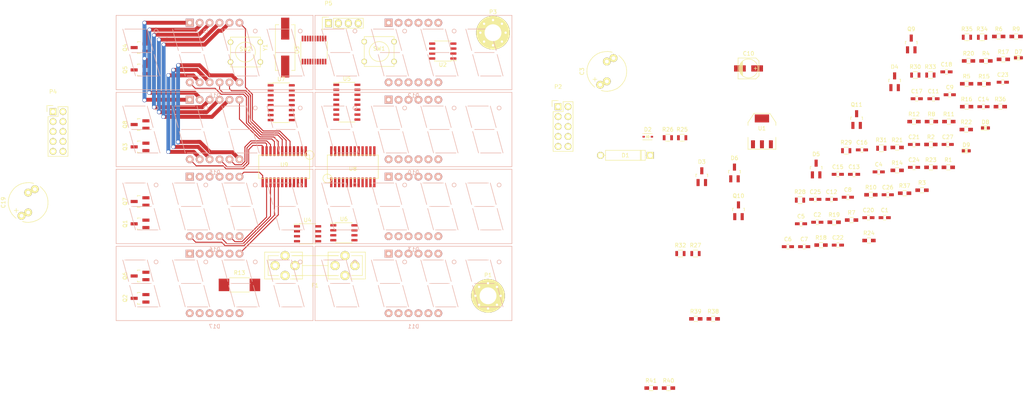
<source format=kicad_pcb>
(kicad_pcb (version 4) (host pcbnew 4.0.4-1.fc24-product)
  (layers (0 F.Cu signal) (31 B.Cu signal) (34 B.Paste user) (35 F.Paste user) (36 B.SilkS user) (37 F.SilkS user) (38 B.Mask user) (39 F.Mask user) (44 Edge.Cuts user))
  (net 0 "")
  (net 1 "Net-(C1-Pad1)")
  (net 2 /USER_BTN)
  (net 3 GND)
  (net 4 VDD)
  (net 5 +3V3)
  (net 6 /RST)
  (net 7 /XT1)
  (net 8 /XT2)
  (net 9 "Net-(C14-Pad2)")
  (net 10 "Net-(C15-Pad2)")
  (net 11 "Net-(C16-Pad1)")
  (net 12 /CM_STAGE2_FB)
  (net 13 /CM_STAGE1)
  (net 14 /CM_STAGE1_FB)
  (net 15 "Net-(C18-Pad2)")
  (net 16 /SEG_COM_MEAS)
  (net 17 /WD_DC_A)
  (net 18 /WD_DC_B)
  (net 19 /WD_DC_C)
  (net 20 /WD_DC_D)
  (net 21 /WD_DC_E)
  (net 22 /WD_DC_F)
  (net 23 /WD_DC_G)
  (net 24 /WD_DC_DP)
  (net 25 /~WD_RST)
  (net 26 /WD_COMP)
  (net 27 /LED_ID)
  (net 28 "Net-(D7-Pad1)")
  (net 29 /LED_ERROR)
  (net 30 "Net-(D8-Pad1)")
  (net 31 /LED_COMM)
  (net 32 "Net-(D9-Pad1)")
  (net 33 /mux_mod_right/SEG_E)
  (net 34 /mux_mod_right/SEG_D)
  (net 35 /mux_mod_right/SEG_DP)
  (net 36 /mux_mod_right/SEG_C)
  (net 37 /mux_mod_right/SEG_G)
  (net 38 "Net-(D10-Pad6)")
  (net 39 "Net-(D10-Pad9)")
  (net 40 "Net-(D10-Pad8)")
  (net 41 "Net-(D10-Pad12)")
  (net 42 /mux_mod_right/SEG_A)
  (net 43 /mux_mod_right/SEG_B)
  (net 44 /mux_mod_right/SEG_F)
  (net 45 "Net-(D11-Pad6)")
  (net 46 "Net-(D11-Pad9)")
  (net 47 "Net-(D11-Pad8)")
  (net 48 "Net-(D11-Pad12)")
  (net 49 "Net-(D12-Pad6)")
  (net 50 "Net-(D12-Pad9)")
  (net 51 "Net-(D12-Pad8)")
  (net 52 "Net-(D12-Pad12)")
  (net 53 "Net-(D13-Pad6)")
  (net 54 "Net-(D13-Pad9)")
  (net 55 "Net-(D13-Pad8)")
  (net 56 "Net-(D13-Pad12)")
  (net 57 /SEG_E_COM)
  (net 58 /SEG_D_COM)
  (net 59 /SEG_DP_COM)
  (net 60 /SEG_C_COM)
  (net 61 /SEG_G_COM)
  (net 62 "Net-(D14-Pad6)")
  (net 63 "Net-(D14-Pad9)")
  (net 64 "Net-(D14-Pad8)")
  (net 65 "Net-(D14-Pad12)")
  (net 66 /SEG_A_COM)
  (net 67 /SEG_B_COM)
  (net 68 /SEG_F_COM)
  (net 69 "Net-(D15-Pad6)")
  (net 70 "Net-(D15-Pad9)")
  (net 71 "Net-(D15-Pad8)")
  (net 72 "Net-(D15-Pad12)")
  (net 73 "Net-(D16-Pad6)")
  (net 74 "Net-(D16-Pad9)")
  (net 75 "Net-(D16-Pad8)")
  (net 76 "Net-(D16-Pad12)")
  (net 77 "Net-(D17-Pad6)")
  (net 78 "Net-(D17-Pad9)")
  (net 79 "Net-(D17-Pad8)")
  (net 80 "Net-(D17-Pad12)")
  (net 81 "Net-(F1-Pad1)")
  (net 82 /RS485_A)
  (net 83 /RS485_B)
  (net 84 /SWDIO)
  (net 85 /SWCLK)
  (net 86 /SEG_A_CTRL)
  (net 87 /SEG_B_CTRL)
  (net 88 /SEG_C_CTRL)
  (net 89 /SEG_D_CTRL)
  (net 90 /SEG_E_CTRL)
  (net 91 /SEG_F_CTRL)
  (net 92 /SEG_G_CTLR)
  (net 93 /SEG_DP_CTRL)
  (net 94 /~OE)
  (net 95 "Net-(Q9-Pad2)")
  (net 96 /mux_mod_right/R_SET_0)
  (net 97 "Net-(Q10-Pad2)")
  (net 98 /mux_mod_right/R_SET_1)
  (net 99 "Net-(Q11-Pad2)")
  (net 100 /RS485_DE)
  (net 101 /CMEAS_OFFX_COMP)
  (net 102 /CMEAS_OUT)
  (net 103 "Net-(R10-Pad2)")
  (net 104 /WD_REF)
  (net 105 /R_SET_CTRL0)
  (net 106 /R_SET_CTRL1)
  (net 107 "Net-(R38-Pad2)")
  (net 108 /mux_mod_left/R_SET_0)
  (net 109 "Net-(R40-Pad2)")
  (net 110 /mux_mod_left/R_SET_1)
  (net 111 /RS485_RX)
  (net 112 /RS485_TX)
  (net 113 /SCK)
  (net 114 /MOSI_C0)
  (net 115 /STROBE)
  (net 116 /AUX_STROBE)
  (net 117 "Net-(U5-Pad2)")
  (net 118 "Net-(U5-Pad3)")
  (net 119 "Net-(U5-Pad4)")
  (net 120 /MOSI_C3)
  (net 121 "Net-(U5-Pad14)")
  (net 122 /MOSI_C2)
  (net 123 /MOSI_C1)
  (net 124 /mux_mod_right/CLK)
  (net 125 /mux_mod_left/GND)
  (net 126 /mux_mod_left/CLK)
  (net 127 /mux_mod_left/LE)
  (net 128 /mux_mod_left/~OE)
  (net 129 /mux_mod_left/VDD)
  (module Displays_7-Segment:Cx56-12 (layer B.Cu) (at 67.31 65.405)
    (fp_text reference D15 (at 6.35 18.62) (layer B.SilkS) (effects (justify mirror)))
    (fp_text value 7seg_4digit_cc)
    (pad 1 thru_hole rect (at 0 0) (size 2.032 2.032) (drill 0.9144) (layers *.Cu *.Mask B.SilkS) (net 57 /SEG_E_COM))
    (pad 2 thru_hole circle (at 2.54 0) (size 2 2) (drill 1) (layers *.Cu *.Mask B.SilkS) (net 58 /SEG_D_COM))
    (pad 3 thru_hole circle (at 5.08 0) (size 2 2) (drill 1) (layers *.Cu *.Mask B.SilkS) (net 59 /SEG_DP_COM))
    (pad 4 thru_hole circle (at 7.62 0) (size 2 2) (drill 1) (layers *.Cu *.Mask B.SilkS) (net 60 /SEG_C_COM))
    (pad 5 thru_hole circle (at 10.16 0) (size 2 2) (drill 1) (layers *.Cu *.Mask B.SilkS) (net 61 /SEG_G_COM))
    (pad 6 thru_hole circle (at 12.7 0) (size 2 2) (drill 1) (layers *.Cu *.Mask B.SilkS) (net 69 "Net-(D15-Pad6)"))
    (pad 9 thru_hole circle (at 7.62 15.24) (size 2 2) (drill 1) (layers *.Cu *.Mask B.SilkS) (net 70 "Net-(D15-Pad9)"))
    (pad 8 thru_hole circle (at 10.16 15.24) (size 2 2) (drill 1) (layers *.Cu *.Mask B.SilkS) (net 71 "Net-(D15-Pad8)"))
    (pad 12 thru_hole circle (at 0 15.24) (size 2 2) (drill 1) (layers *.Cu *.Mask B.SilkS) (net 72 "Net-(D15-Pad12)"))
    (pad 11 thru_hole circle (at 2.54 15.24) (size 2 2) (drill 1) (layers *.Cu *.Mask B.SilkS) (net 66 /SEG_A_COM))
    (pad 7 thru_hole circle (at 12.7 15.24) (size 2 2) (drill 1) (layers *.Cu *.Mask B.SilkS) (net 67 /SEG_B_COM))
    (pad 10 thru_hole circle (at 5.08 15.24) (size 2 2) (drill 1) (layers *.Cu *.Mask B.SilkS) (net 68 /SEG_F_COM))
  )
  (module Displays_7-Segment:Cx56-12 (layer B.Cu) (at 67.31 85.09)
    (fp_text reference D16 (at 6.35 18.62) (layer B.SilkS) (effects (justify mirror)))
    (fp_text value 7seg_4digit_cc)
    (pad 1 thru_hole rect (at 0 0) (size 2.032 2.032) (drill 0.9144) (layers *.Cu *.Mask B.SilkS) (net 57 /SEG_E_COM))
    (pad 2 thru_hole circle (at 2.54 0) (size 2 2) (drill 1) (layers *.Cu *.Mask B.SilkS) (net 58 /SEG_D_COM))
    (pad 3 thru_hole circle (at 5.08 0) (size 2 2) (drill 1) (layers *.Cu *.Mask B.SilkS) (net 59 /SEG_DP_COM))
    (pad 4 thru_hole circle (at 7.62 0) (size 2 2) (drill 1) (layers *.Cu *.Mask B.SilkS) (net 60 /SEG_C_COM))
    (pad 5 thru_hole circle (at 10.16 0) (size 2 2) (drill 1) (layers *.Cu *.Mask B.SilkS) (net 61 /SEG_G_COM))
    (pad 6 thru_hole circle (at 12.7 0) (size 2 2) (drill 1) (layers *.Cu *.Mask B.SilkS) (net 73 "Net-(D16-Pad6)"))
    (pad 9 thru_hole circle (at 7.62 15.24) (size 2 2) (drill 1) (layers *.Cu *.Mask B.SilkS) (net 74 "Net-(D16-Pad9)"))
    (pad 8 thru_hole circle (at 10.16 15.24) (size 2 2) (drill 1) (layers *.Cu *.Mask B.SilkS) (net 75 "Net-(D16-Pad8)"))
    (pad 12 thru_hole circle (at 0 15.24) (size 2 2) (drill 1) (layers *.Cu *.Mask B.SilkS) (net 76 "Net-(D16-Pad12)"))
    (pad 11 thru_hole circle (at 2.54 15.24) (size 2 2) (drill 1) (layers *.Cu *.Mask B.SilkS) (net 66 /SEG_A_COM))
    (pad 7 thru_hole circle (at 12.7 15.24) (size 2 2) (drill 1) (layers *.Cu *.Mask B.SilkS) (net 67 /SEG_B_COM))
    (pad 10 thru_hole circle (at 5.08 15.24) (size 2 2) (drill 1) (layers *.Cu *.Mask B.SilkS) (net 68 /SEG_F_COM))
  )
  (module Capacitors_SMD:C_0603_HandSoldering (layer F.Cu) (at 244.845952 95.57)
    (fp_text reference C1 (at 0 -1.9) (layer F.SilkS))
    (fp_text value 100n)
    (pad 1 smd rect (at -0.95 0) (size 1.2 0.75) (layers F.Cu F.Paste F.Mask) (net 1 "Net-(C1-Pad1)"))
    (pad 2 smd rect (at 0.95 0) (size 1.2 0.75) (layers F.Cu F.Paste F.Mask) (net 2 /USER_BTN))
  )
  (module Capacitors_SMD:C_0603_HandSoldering (layer F.Cu) (at 227.625952 96.74)
    (fp_text reference C2 (at 0 -1.9) (layer F.SilkS))
    (fp_text value 100n)
    (pad 1 smd rect (at -0.95 0) (size 1.2 0.75) (layers F.Cu F.Paste F.Mask) (net 3 GND))
    (pad 2 smd rect (at 0.95 0) (size 1.2 0.75) (layers F.Cu F.Paste F.Mask) (net 4 VDD))
  )
  (module Capacitors_ThroughHole:C_Radial_D10_L20_P5-7.5 (layer F.Cu) (at 173.863 58.166 90)
    (fp_text reference C3 (at 0 -6.35 90) (layer F.SilkS))
    (fp_text value 1000u)
    (pad 2 thru_hole circle (at 3.40106 1.69926 90) (size 1.99898 1.99898) (drill 1.00076) (layers *.Cu *.Mask F.SilkS) (net 3 GND))
    (pad 1 thru_hole circle (at -3.40106 -1.69926 90) (size 1.99898 1.99898) (drill 1.00076) (layers *.Cu *.Mask F.SilkS) (net 4 VDD))
    (pad 2 thru_hole circle (at 2.54 0 90) (size 1.99898 1.99898) (drill 1.00076) (layers *.Cu *.Mask F.SilkS) (net 3 GND))
    (pad 1 thru_hole circle (at -2.54 0 90) (size 1.99898 1.99898) (drill 1.00076) (layers *.Cu *.Mask F.SilkS) (net 4 VDD))
  )
  (module Capacitors_SMD:C_0603_HandSoldering (layer F.Cu) (at 243.315952 83.87)
    (fp_text reference C4 (at 0 -1.9) (layer F.SilkS))
    (fp_text value 100n)
    (pad 1 smd rect (at -0.95 0) (size 1.2 0.75) (layers F.Cu F.Paste F.Mask) (net 3 GND))
    (pad 2 smd rect (at 0.95 0) (size 1.2 0.75) (layers F.Cu F.Paste F.Mask) (net 4 VDD))
  )
  (module Capacitors_SMD:C_0603_HandSoldering (layer F.Cu) (at 223.465952 97.14)
    (fp_text reference C5 (at 0 -1.9) (layer F.SilkS))
    (fp_text value 100n)
    (pad 1 smd rect (at -0.95 0) (size 1.2 0.75) (layers F.Cu F.Paste F.Mask) (net 3 GND))
    (pad 2 smd rect (at 0.95 0) (size 1.2 0.75) (layers F.Cu F.Paste F.Mask) (net 5 +3V3))
  )
  (module Capacitors_SMD:C_0603_HandSoldering (layer F.Cu) (at 220.115952 102.99)
    (fp_text reference C6 (at 0 -1.9) (layer F.SilkS))
    (fp_text value 100n)
    (pad 1 smd rect (at -0.95 0) (size 1.2 0.75) (layers F.Cu F.Paste F.Mask) (net 3 GND))
    (pad 2 smd rect (at 0.95 0) (size 1.2 0.75) (layers F.Cu F.Paste F.Mask) (net 5 +3V3))
  )
  (module Capacitors_SMD:C_0603_HandSoldering (layer F.Cu) (at 224.275952 102.99)
    (fp_text reference C7 (at 0 -1.9) (layer F.SilkS))
    (fp_text value 100n)
    (pad 1 smd rect (at -0.95 0) (size 1.2 0.75) (layers F.Cu F.Paste F.Mask) (net 3 GND))
    (pad 2 smd rect (at 0.95 0) (size 1.2 0.75) (layers F.Cu F.Paste F.Mask) (net 5 +3V3))
  )
  (module Capacitors_SMD:C_0603_HandSoldering (layer F.Cu) (at 235.425952 90.34)
    (fp_text reference C8 (at 0 -1.9) (layer F.SilkS))
    (fp_text value 100n)
    (pad 1 smd rect (at -0.95 0) (size 1.2 0.75) (layers F.Cu F.Paste F.Mask) (net 3 GND))
    (pad 2 smd rect (at 0.95 0) (size 1.2 0.75) (layers F.Cu F.Paste F.Mask) (net 5 +3V3))
  )
  (module Capacitors_SMD:C_0603_HandSoldering (layer F.Cu) (at 261.465952 64.13)
    (fp_text reference C9 (at 0 -1.9) (layer F.SilkS))
    (fp_text value 100n)
    (pad 1 smd rect (at -0.95 0) (size 1.2 0.75) (layers F.Cu F.Paste F.Mask) (net 3 GND))
    (pad 2 smd rect (at 0.95 0) (size 1.2 0.75) (layers F.Cu F.Paste F.Mask) (net 5 +3V3))
  )
  (module Capacitors_SMD:c_elec_5x5.8 (layer F.Cu) (at 210.058 57.404)
    (fp_text reference C10 (at 0 -3.81) (layer F.SilkS))
    (fp_text value 47u)
    (pad 1 smd rect (at 2.19964 0) (size 2.99974 1.6002) (layers F.Cu F.Paste F.Mask) (net 5 +3V3))
    (pad 2 smd rect (at -2.19964 0) (size 2.99974 1.6002) (layers F.Cu F.Paste F.Mask) (net 3 GND))
  )
  (module Capacitors_SMD:C_0603_HandSoldering (layer F.Cu) (at 257.310001 65.15)
    (fp_text reference C11 (at 0 -1.9) (layer F.SilkS))
    (fp_text value 10n)
    (pad 1 smd rect (at -0.95 0) (size 1.2 0.75) (layers F.Cu F.Paste F.Mask) (net 6 /RST))
    (pad 2 smd rect (at 0.95 0) (size 1.2 0.75) (layers F.Cu F.Paste F.Mask) (net 3 GND))
  )
  (module Capacitors_SMD:C_0603_HandSoldering (layer F.Cu) (at 231.270001 90.89)
    (fp_text reference C12 (at 0 -1.9) (layer F.SilkS))
    (fp_text value 22p)
    (pad 1 smd rect (at -0.95 0) (size 1.2 0.75) (layers F.Cu F.Paste F.Mask) (net 3 GND))
    (pad 2 smd rect (at 0.95 0) (size 1.2 0.75) (layers F.Cu F.Paste F.Mask) (net 7 /XT1))
  )
  (module Capacitors_SMD:C_0603_HandSoldering (layer F.Cu) (at 237.020001 84.49)
    (fp_text reference C13 (at 0 -1.9) (layer F.SilkS))
    (fp_text value 22p)
    (pad 1 smd rect (at -0.95 0) (size 1.2 0.75) (layers F.Cu F.Paste F.Mask) (net 3 GND))
    (pad 2 smd rect (at 0.95 0) (size 1.2 0.75) (layers F.Cu F.Paste F.Mask) (net 8 /XT2))
  )
  (module Capacitors_SMD:C_0603_HandSoldering (layer F.Cu) (at 270.075952 67.18)
    (fp_text reference C14 (at 0 -1.9) (layer F.SilkS))
    (fp_text value 220n)
    (pad 1 smd rect (at -0.95 0) (size 1.2 0.75) (layers F.Cu F.Paste F.Mask) (net 3 GND))
    (pad 2 smd rect (at 0.95 0) (size 1.2 0.75) (layers F.Cu F.Paste F.Mask) (net 9 "Net-(C14-Pad2)"))
  )
  (module Capacitors_SMD:C_0603_HandSoldering (layer F.Cu) (at 232.865952 84.49)
    (fp_text reference C15 (at 0 -1.9) (layer F.SilkS))
    (fp_text value 220n)
    (pad 1 smd rect (at -0.95 0) (size 1.2 0.75) (layers F.Cu F.Paste F.Mask) (net 3 GND))
    (pad 2 smd rect (at 0.95 0) (size 1.2 0.75) (layers F.Cu F.Paste F.Mask) (net 10 "Net-(C15-Pad2)"))
  )
  (module Capacitors_SMD:C_0603_HandSoldering (layer F.Cu) (at 239.035 78.24)
    (fp_text reference C16 (at 0 -1.9) (layer F.SilkS))
    (fp_text value comp)
    (pad 1 smd rect (at -0.95 0) (size 1.2 0.75) (layers F.Cu F.Paste F.Mask) (net 11 "Net-(C16-Pad1)"))
    (pad 2 smd rect (at 0.95 0) (size 1.2 0.75) (layers F.Cu F.Paste F.Mask) (net 12 /CM_STAGE2_FB))
  )
  (module Capacitors_SMD:C_0603_HandSoldering (layer F.Cu) (at 253.035 65.15)
    (fp_text reference C17 (at 0 -1.9) (layer F.SilkS))
    (fp_text value comp)
    (pad 1 smd rect (at -0.95 0) (size 1.2 0.75) (layers F.Cu F.Paste F.Mask) (net 13 /CM_STAGE1))
    (pad 2 smd rect (at 0.95 0) (size 1.2 0.75) (layers F.Cu F.Paste F.Mask) (net 14 /CM_STAGE1_FB))
  )
  (module Capacitors_SMD:C_0603_HandSoldering (layer F.Cu) (at 260.625952 58.28)
    (fp_text reference C18 (at 0 -1.9) (layer F.SilkS))
    (fp_text value 100n)
    (pad 1 smd rect (at -0.95 0) (size 1.2 0.75) (layers F.Cu F.Paste F.Mask) (net 3 GND))
    (pad 2 smd rect (at 0.95 0) (size 1.2 0.75) (layers F.Cu F.Paste F.Mask) (net 15 "Net-(C18-Pad2)"))
  )
  (module Capacitors_ThroughHole:C_Radial_D10_L20_P5-7.5 (layer F.Cu) (at 26.035 91.694 90)
    (fp_text reference C19 (at 0 -6.35 90) (layer F.SilkS))
    (fp_text value 1000u)
    (pad 2 thru_hole circle (at 3.40106 1.69926 90) (size 1.99898 1.99898) (drill 1.00076) (layers *.Cu *.Mask F.SilkS) (net 3 GND))
    (pad 1 thru_hole circle (at -3.40106 -1.69926 90) (size 1.99898 1.99898) (drill 1.00076) (layers *.Cu *.Mask F.SilkS) (net 16 /SEG_COM_MEAS))
    (pad 2 thru_hole circle (at 2.54 0 90) (size 1.99898 1.99898) (drill 1.00076) (layers *.Cu *.Mask F.SilkS) (net 3 GND))
    (pad 1 thru_hole circle (at -2.54 0 90) (size 1.99898 1.99898) (drill 1.00076) (layers *.Cu *.Mask F.SilkS) (net 16 /SEG_COM_MEAS))
  )
  (module Capacitors_SMD:C_0603_HandSoldering (layer F.Cu) (at 240.685952 95.57)
    (fp_text reference C20 (at 0 -1.9) (layer F.SilkS))
    (fp_text value 100n)
    (pad 1 smd rect (at -0.95 0) (size 1.2 0.75) (layers F.Cu F.Paste F.Mask) (net 17 /WD_DC_A))
    (pad 2 smd rect (at 0.95 0) (size 1.2 0.75) (layers F.Cu F.Paste F.Mask) (net 3 GND))
  )
  (module Capacitors_SMD:C_0603_HandSoldering (layer F.Cu) (at 252.335952 76.85)
    (fp_text reference C21 (at 0 -1.9) (layer F.SilkS))
    (fp_text value 100n)
    (pad 1 smd rect (at -0.95 0) (size 1.2 0.75) (layers F.Cu F.Paste F.Mask) (net 18 /WD_DC_B))
    (pad 2 smd rect (at 0.95 0) (size 1.2 0.75) (layers F.Cu F.Paste F.Mask) (net 3 GND))
  )
  (module Capacitors_SMD:C_0603_HandSoldering (layer F.Cu) (at 232.885952 102.59)
    (fp_text reference C22 (at 0 -1.9) (layer F.SilkS))
    (fp_text value 100n)
    (pad 1 smd rect (at -0.95 0) (size 1.2 0.75) (layers F.Cu F.Paste F.Mask) (net 19 /WD_DC_C))
    (pad 2 smd rect (at 0.95 0) (size 1.2 0.75) (layers F.Cu F.Paste F.Mask) (net 3 GND))
  )
  (module Capacitors_SMD:C_0603_HandSoldering (layer F.Cu) (at 275.015952 60.93)
    (fp_text reference C23 (at 0 -1.9) (layer F.SilkS))
    (fp_text value 100n)
    (pad 1 smd rect (at -0.95 0) (size 1.2 0.75) (layers F.Cu F.Paste F.Mask) (net 20 /WD_DC_D))
    (pad 2 smd rect (at 0.95 0) (size 1.2 0.75) (layers F.Cu F.Paste F.Mask) (net 3 GND))
  )
  (module Capacitors_SMD:C_0603_HandSoldering (layer F.Cu) (at 252.335952 82.7)
    (fp_text reference C24 (at 0 -1.9) (layer F.SilkS))
    (fp_text value 100n)
    (pad 1 smd rect (at -0.95 0) (size 1.2 0.75) (layers F.Cu F.Paste F.Mask) (net 21 /WD_DC_E))
    (pad 2 smd rect (at 0.95 0) (size 1.2 0.75) (layers F.Cu F.Paste F.Mask) (net 3 GND))
  )
  (module Capacitors_SMD:C_0603_HandSoldering (layer F.Cu) (at 227.115952 90.89)
    (fp_text reference C25 (at 0 -1.9) (layer F.SilkS))
    (fp_text value 100n)
    (pad 1 smd rect (at -0.95 0) (size 1.2 0.75) (layers F.Cu F.Paste F.Mask) (net 22 /WD_DC_F))
    (pad 2 smd rect (at 0.95 0) (size 1.2 0.75) (layers F.Cu F.Paste F.Mask) (net 3 GND))
  )
  (module Capacitors_SMD:C_0603_HandSoldering (layer F.Cu) (at 245.625952 89.72)
    (fp_text reference C26 (at 0 -1.9) (layer F.SilkS))
    (fp_text value 100n)
    (pad 1 smd rect (at -0.95 0) (size 1.2 0.75) (layers F.Cu F.Paste F.Mask) (net 23 /WD_DC_G))
    (pad 2 smd rect (at 0.95 0) (size 1.2 0.75) (layers F.Cu F.Paste F.Mask) (net 3 GND))
  )
  (module Capacitors_SMD:C_0603_HandSoldering (layer F.Cu) (at 260.945952 76.85)
    (fp_text reference C27 (at 0 -1.9) (layer F.SilkS))
    (fp_text value 100n)
    (pad 1 smd rect (at -0.95 0) (size 1.2 0.75) (layers F.Cu F.Paste F.Mask) (net 24 /WD_DC_DP))
    (pad 2 smd rect (at 0.95 0) (size 1.2 0.75) (layers F.Cu F.Paste F.Mask) (net 3 GND))
  )
  (module Discret:D5 (layer F.Cu) (at 178.604 79.630001)
    (fp_text reference D1 (at 0 0) (layer F.SilkS))
    (fp_text value "6.4V 1.3W")
    (pad 2 thru_hole circle (at -6.35 0) (size 1.778 1.778) (drill 1.143) (layers *.Cu *.Mask F.SilkS) (net 3 GND))
    (pad 1 thru_hole rect (at 6.35 0) (size 1.778 1.778) (drill 1.143) (layers *.Cu *.Mask F.SilkS) (net 4 VDD))
  )
  (module Diodes_SMD:SOD-323 (layer F.Cu) (at 184.325 74.87)
    (fp_text reference D2 (at 0 -1.85) (layer F.SilkS))
    (fp_text value D_Small)
    (pad 1 smd rect (at -1.055 0) (size 0.59 0.45) (layers F.Cu F.Paste F.Mask) (net 25 /~WD_RST))
    (pad 2 smd rect (at 1.055 0) (size 0.59 0.45) (layers F.Cu F.Paste F.Mask) (net 6 /RST))
  )
  (module TO_SOT_Packages_SMD:SOT-23_Handsoldering (layer F.Cu) (at 198.12 85.09)
    (fp_text reference D3 (at 0 -3.81) (layer F.SilkS))
    (fp_text value "BAR 43C")
    (pad 1 smd rect (at -0.95 1.50114) (size 0.8001 1.80086) (layers F.Cu F.Paste F.Mask) (net 18 /WD_DC_B))
    (pad 2 smd rect (at 0.95 1.50114) (size 0.8001 1.80086) (layers F.Cu F.Paste F.Mask) (net 17 /WD_DC_A))
    (pad 3 smd rect (at 0 -1.50114) (size 0.8001 1.80086) (layers F.Cu F.Paste F.Mask) (net 26 /WD_COMP))
  )
  (module TO_SOT_Packages_SMD:SOT-23_Handsoldering (layer F.Cu) (at 247.376905 60.81)
    (fp_text reference D4 (at 0 -3.81) (layer F.SilkS))
    (fp_text value "BAR 43C")
    (pad 1 smd rect (at -0.95 1.50114) (size 0.8001 1.80086) (layers F.Cu F.Paste F.Mask) (net 20 /WD_DC_D))
    (pad 2 smd rect (at 0.95 1.50114) (size 0.8001 1.80086) (layers F.Cu F.Paste F.Mask) (net 19 /WD_DC_C))
    (pad 3 smd rect (at 0 -1.50114) (size 0.8001 1.80086) (layers F.Cu F.Paste F.Mask) (net 26 /WD_COMP))
  )
  (module TO_SOT_Packages_SMD:SOT-23_Handsoldering (layer F.Cu) (at 227.326905 83.13)
    (fp_text reference D5 (at 0 -3.81) (layer F.SilkS))
    (fp_text value "BAR 43C")
    (pad 1 smd rect (at -0.95 1.50114) (size 0.8001 1.80086) (layers F.Cu F.Paste F.Mask) (net 22 /WD_DC_F))
    (pad 2 smd rect (at 0.95 1.50114) (size 0.8001 1.80086) (layers F.Cu F.Paste F.Mask) (net 21 /WD_DC_E))
    (pad 3 smd rect (at 0 -1.50114) (size 0.8001 1.80086) (layers F.Cu F.Paste F.Mask) (net 26 /WD_COMP))
  )
  (module TO_SOT_Packages_SMD:SOT-23_Handsoldering (layer F.Cu) (at 206.466905 84.14)
    (fp_text reference D6 (at 0 -3.81) (layer F.SilkS))
    (fp_text value "BAR 43C")
    (pad 1 smd rect (at -0.95 1.50114) (size 0.8001 1.80086) (layers F.Cu F.Paste F.Mask) (net 24 /WD_DC_DP))
    (pad 2 smd rect (at 0.95 1.50114) (size 0.8001 1.80086) (layers F.Cu F.Paste F.Mask) (net 23 /WD_DC_G))
    (pad 3 smd rect (at 0 -1.50114) (size 0.8001 1.80086) (layers F.Cu F.Paste F.Mask) (net 26 /WD_COMP))
  )
  (module LEDs:LED_0603 (layer F.Cu) (at 279.010001 54.68)
    (fp_text reference D7 (at 0 -1.5) (layer F.SilkS))
    (fp_text value ID)
    (pad 2 smd rect (at 0.7493 0 180) (size 0.79756 0.79756) (layers F.Cu F.Paste F.Mask) (net 27 /LED_ID))
    (pad 1 smd rect (at -0.7493 0 180) (size 0.79756 0.79756) (layers F.Cu F.Paste F.Mask) (net 28 "Net-(D7-Pad1)"))
  )
  (module LEDs:LED_0603 (layer F.Cu) (at 270.58119 72.63)
    (fp_text reference D8 (at 0 -1.5) (layer F.SilkS))
    (fp_text value ERROR)
    (pad 2 smd rect (at 0.7493 0 180) (size 0.79756 0.79756) (layers F.Cu F.Paste F.Mask) (net 29 /LED_ERROR))
    (pad 1 smd rect (at -0.7493 0 180) (size 0.79756 0.79756) (layers F.Cu F.Paste F.Mask) (net 30 "Net-(D8-Pad1)"))
  )
  (module LEDs:LED_0603 (layer F.Cu) (at 265.681666 78.48)
    (fp_text reference D9 (at 0 -1.5) (layer F.SilkS))
    (fp_text value COMM)
    (pad 2 smd rect (at 0.7493 0 180) (size 0.79756 0.79756) (layers F.Cu F.Paste F.Mask) (net 31 /LED_COMM))
    (pad 1 smd rect (at -0.7493 0 180) (size 0.79756 0.79756) (layers F.Cu F.Paste F.Mask) (net 32 "Net-(D9-Pad1)"))
  )
  (module Displays_7-Segment:Cx56-12 (layer B.Cu) (at 118.11 65.405)
    (fp_text reference D10 (at 6.35 18.62) (layer B.SilkS) (effects (justify mirror)))
    (fp_text value 7seg_4digit_cc)
    (pad 1 thru_hole rect (at 0 0) (size 2.032 2.032) (drill 0.9144) (layers *.Cu *.Mask B.SilkS) (net 33 /mux_mod_right/SEG_E))
    (pad 2 thru_hole circle (at 2.54 0) (size 2 2) (drill 1) (layers *.Cu *.Mask B.SilkS) (net 34 /mux_mod_right/SEG_D))
    (pad 3 thru_hole circle (at 5.08 0) (size 2 2) (drill 1) (layers *.Cu *.Mask B.SilkS) (net 35 /mux_mod_right/SEG_DP))
    (pad 4 thru_hole circle (at 7.62 0) (size 2 2) (drill 1) (layers *.Cu *.Mask B.SilkS) (net 36 /mux_mod_right/SEG_C))
    (pad 5 thru_hole circle (at 10.16 0) (size 2 2) (drill 1) (layers *.Cu *.Mask B.SilkS) (net 37 /mux_mod_right/SEG_G))
    (pad 6 thru_hole circle (at 12.7 0) (size 2 2) (drill 1) (layers *.Cu *.Mask B.SilkS) (net 38 "Net-(D10-Pad6)"))
    (pad 9 thru_hole circle (at 7.62 15.24) (size 2 2) (drill 1) (layers *.Cu *.Mask B.SilkS) (net 39 "Net-(D10-Pad9)"))
    (pad 8 thru_hole circle (at 10.16 15.24) (size 2 2) (drill 1) (layers *.Cu *.Mask B.SilkS) (net 40 "Net-(D10-Pad8)"))
    (pad 12 thru_hole circle (at 0 15.24) (size 2 2) (drill 1) (layers *.Cu *.Mask B.SilkS) (net 41 "Net-(D10-Pad12)"))
    (pad 11 thru_hole circle (at 2.54 15.24) (size 2 2) (drill 1) (layers *.Cu *.Mask B.SilkS) (net 42 /mux_mod_right/SEG_A))
    (pad 7 thru_hole circle (at 12.7 15.24) (size 2 2) (drill 1) (layers *.Cu *.Mask B.SilkS) (net 43 /mux_mod_right/SEG_B))
    (pad 10 thru_hole circle (at 5.08 15.24) (size 2 2) (drill 1) (layers *.Cu *.Mask B.SilkS) (net 44 /mux_mod_right/SEG_F))
  )
  (module Displays_7-Segment:Cx56-12 (layer B.Cu) (at 118.11 104.775)
    (fp_text reference D11 (at 6.35 18.62) (layer B.SilkS) (effects (justify mirror)))
    (fp_text value 7seg_4digit_cc)
    (pad 1 thru_hole rect (at 0 0) (size 2.032 2.032) (drill 0.9144) (layers *.Cu *.Mask B.SilkS) (net 33 /mux_mod_right/SEG_E))
    (pad 2 thru_hole circle (at 2.54 0) (size 2 2) (drill 1) (layers *.Cu *.Mask B.SilkS) (net 34 /mux_mod_right/SEG_D))
    (pad 3 thru_hole circle (at 5.08 0) (size 2 2) (drill 1) (layers *.Cu *.Mask B.SilkS) (net 35 /mux_mod_right/SEG_DP))
    (pad 4 thru_hole circle (at 7.62 0) (size 2 2) (drill 1) (layers *.Cu *.Mask B.SilkS) (net 36 /mux_mod_right/SEG_C))
    (pad 5 thru_hole circle (at 10.16 0) (size 2 2) (drill 1) (layers *.Cu *.Mask B.SilkS) (net 37 /mux_mod_right/SEG_G))
    (pad 6 thru_hole circle (at 12.7 0) (size 2 2) (drill 1) (layers *.Cu *.Mask B.SilkS) (net 45 "Net-(D11-Pad6)"))
    (pad 9 thru_hole circle (at 7.62 15.24) (size 2 2) (drill 1) (layers *.Cu *.Mask B.SilkS) (net 46 "Net-(D11-Pad9)"))
    (pad 8 thru_hole circle (at 10.16 15.24) (size 2 2) (drill 1) (layers *.Cu *.Mask B.SilkS) (net 47 "Net-(D11-Pad8)"))
    (pad 12 thru_hole circle (at 0 15.24) (size 2 2) (drill 1) (layers *.Cu *.Mask B.SilkS) (net 48 "Net-(D11-Pad12)"))
    (pad 11 thru_hole circle (at 2.54 15.24) (size 2 2) (drill 1) (layers *.Cu *.Mask B.SilkS) (net 42 /mux_mod_right/SEG_A))
    (pad 7 thru_hole circle (at 12.7 15.24) (size 2 2) (drill 1) (layers *.Cu *.Mask B.SilkS) (net 43 /mux_mod_right/SEG_B))
    (pad 10 thru_hole circle (at 5.08 15.24) (size 2 2) (drill 1) (layers *.Cu *.Mask B.SilkS) (net 44 /mux_mod_right/SEG_F))
  )
  (module Displays_7-Segment:Cx56-12 (layer B.Cu) (at 118.11 45.72)
    (fp_text reference D12 (at 6.35 18.62) (layer B.SilkS) (effects (justify mirror)))
    (fp_text value 7seg_4digit_cc)
    (pad 1 thru_hole rect (at 0 0) (size 2.032 2.032) (drill 0.9144) (layers *.Cu *.Mask B.SilkS) (net 33 /mux_mod_right/SEG_E))
    (pad 2 thru_hole circle (at 2.54 0) (size 2 2) (drill 1) (layers *.Cu *.Mask B.SilkS) (net 34 /mux_mod_right/SEG_D))
    (pad 3 thru_hole circle (at 5.08 0) (size 2 2) (drill 1) (layers *.Cu *.Mask B.SilkS) (net 35 /mux_mod_right/SEG_DP))
    (pad 4 thru_hole circle (at 7.62 0) (size 2 2) (drill 1) (layers *.Cu *.Mask B.SilkS) (net 36 /mux_mod_right/SEG_C))
    (pad 5 thru_hole circle (at 10.16 0) (size 2 2) (drill 1) (layers *.Cu *.Mask B.SilkS) (net 37 /mux_mod_right/SEG_G))
    (pad 6 thru_hole circle (at 12.7 0) (size 2 2) (drill 1) (layers *.Cu *.Mask B.SilkS) (net 49 "Net-(D12-Pad6)"))
    (pad 9 thru_hole circle (at 7.62 15.24) (size 2 2) (drill 1) (layers *.Cu *.Mask B.SilkS) (net 50 "Net-(D12-Pad9)"))
    (pad 8 thru_hole circle (at 10.16 15.24) (size 2 2) (drill 1) (layers *.Cu *.Mask B.SilkS) (net 51 "Net-(D12-Pad8)"))
    (pad 12 thru_hole circle (at 0 15.24) (size 2 2) (drill 1) (layers *.Cu *.Mask B.SilkS) (net 52 "Net-(D12-Pad12)"))
    (pad 11 thru_hole circle (at 2.54 15.24) (size 2 2) (drill 1) (layers *.Cu *.Mask B.SilkS) (net 42 /mux_mod_right/SEG_A))
    (pad 7 thru_hole circle (at 12.7 15.24) (size 2 2) (drill 1) (layers *.Cu *.Mask B.SilkS) (net 43 /mux_mod_right/SEG_B))
    (pad 10 thru_hole circle (at 5.08 15.24) (size 2 2) (drill 1) (layers *.Cu *.Mask B.SilkS) (net 44 /mux_mod_right/SEG_F))
  )
  (module Displays_7-Segment:Cx56-12 (layer B.Cu) (at 118.11 85.09)
    (fp_text reference D13 (at 6.35 18.62) (layer B.SilkS) (effects (justify mirror)))
    (fp_text value 7seg_4digit_cc)
    (pad 1 thru_hole rect (at 0 0) (size 2.032 2.032) (drill 0.9144) (layers *.Cu *.Mask B.SilkS) (net 33 /mux_mod_right/SEG_E))
    (pad 2 thru_hole circle (at 2.54 0) (size 2 2) (drill 1) (layers *.Cu *.Mask B.SilkS) (net 34 /mux_mod_right/SEG_D))
    (pad 3 thru_hole circle (at 5.08 0) (size 2 2) (drill 1) (layers *.Cu *.Mask B.SilkS) (net 35 /mux_mod_right/SEG_DP))
    (pad 4 thru_hole circle (at 7.62 0) (size 2 2) (drill 1) (layers *.Cu *.Mask B.SilkS) (net 36 /mux_mod_right/SEG_C))
    (pad 5 thru_hole circle (at 10.16 0) (size 2 2) (drill 1) (layers *.Cu *.Mask B.SilkS) (net 37 /mux_mod_right/SEG_G))
    (pad 6 thru_hole circle (at 12.7 0) (size 2 2) (drill 1) (layers *.Cu *.Mask B.SilkS) (net 53 "Net-(D13-Pad6)"))
    (pad 9 thru_hole circle (at 7.62 15.24) (size 2 2) (drill 1) (layers *.Cu *.Mask B.SilkS) (net 54 "Net-(D13-Pad9)"))
    (pad 8 thru_hole circle (at 10.16 15.24) (size 2 2) (drill 1) (layers *.Cu *.Mask B.SilkS) (net 55 "Net-(D13-Pad8)"))
    (pad 12 thru_hole circle (at 0 15.24) (size 2 2) (drill 1) (layers *.Cu *.Mask B.SilkS) (net 56 "Net-(D13-Pad12)"))
    (pad 11 thru_hole circle (at 2.54 15.24) (size 2 2) (drill 1) (layers *.Cu *.Mask B.SilkS) (net 42 /mux_mod_right/SEG_A))
    (pad 7 thru_hole circle (at 12.7 15.24) (size 2 2) (drill 1) (layers *.Cu *.Mask B.SilkS) (net 43 /mux_mod_right/SEG_B))
    (pad 10 thru_hole circle (at 5.08 15.24) (size 2 2) (drill 1) (layers *.Cu *.Mask B.SilkS) (net 44 /mux_mod_right/SEG_F))
  )
  (module Displays_7-Segment:Cx56-12 (layer B.Cu) (at 67.31 45.72)
    (fp_text reference D14 (at 6.35 18.62) (layer B.SilkS) (effects (justify mirror)))
    (fp_text value 7seg_4digit_cc)
    (pad 1 thru_hole rect (at 0 0) (size 2.032 2.032) (drill 0.9144) (layers *.Cu *.Mask B.SilkS) (net 57 /SEG_E_COM))
    (pad 2 thru_hole circle (at 2.54 0) (size 2 2) (drill 1) (layers *.Cu *.Mask B.SilkS) (net 58 /SEG_D_COM))
    (pad 3 thru_hole circle (at 5.08 0) (size 2 2) (drill 1) (layers *.Cu *.Mask B.SilkS) (net 59 /SEG_DP_COM))
    (pad 4 thru_hole circle (at 7.62 0) (size 2 2) (drill 1) (layers *.Cu *.Mask B.SilkS) (net 60 /SEG_C_COM))
    (pad 5 thru_hole circle (at 10.16 0) (size 2 2) (drill 1) (layers *.Cu *.Mask B.SilkS) (net 61 /SEG_G_COM))
    (pad 6 thru_hole circle (at 12.7 0) (size 2 2) (drill 1) (layers *.Cu *.Mask B.SilkS) (net 62 "Net-(D14-Pad6)"))
    (pad 9 thru_hole circle (at 7.62 15.24) (size 2 2) (drill 1) (layers *.Cu *.Mask B.SilkS) (net 63 "Net-(D14-Pad9)"))
    (pad 8 thru_hole circle (at 10.16 15.24) (size 2 2) (drill 1) (layers *.Cu *.Mask B.SilkS) (net 64 "Net-(D14-Pad8)"))
    (pad 12 thru_hole circle (at 0 15.24) (size 2 2) (drill 1) (layers *.Cu *.Mask B.SilkS) (net 65 "Net-(D14-Pad12)"))
    (pad 11 thru_hole circle (at 2.54 15.24) (size 2 2) (drill 1) (layers *.Cu *.Mask B.SilkS) (net 66 /SEG_A_COM))
    (pad 7 thru_hole circle (at 12.7 15.24) (size 2 2) (drill 1) (layers *.Cu *.Mask B.SilkS) (net 67 /SEG_B_COM))
    (pad 10 thru_hole circle (at 5.08 15.24) (size 2 2) (drill 1) (layers *.Cu *.Mask B.SilkS) (net 68 /SEG_F_COM))
  )
  (module Displays_7-Segment:Cx56-12 (layer B.Cu) (at 67.31 104.775)
    (fp_text reference D17 (at 6.35 18.62) (layer B.SilkS) (effects (justify mirror)))
    (fp_text value 7seg_4digit_cc)
    (pad 1 thru_hole rect (at 0 0) (size 2.032 2.032) (drill 0.9144) (layers *.Cu *.Mask B.SilkS) (net 57 /SEG_E_COM))
    (pad 2 thru_hole circle (at 2.54 0) (size 2 2) (drill 1) (layers *.Cu *.Mask B.SilkS) (net 58 /SEG_D_COM))
    (pad 3 thru_hole circle (at 5.08 0) (size 2 2) (drill 1) (layers *.Cu *.Mask B.SilkS) (net 59 /SEG_DP_COM))
    (pad 4 thru_hole circle (at 7.62 0) (size 2 2) (drill 1) (layers *.Cu *.Mask B.SilkS) (net 60 /SEG_C_COM))
    (pad 5 thru_hole circle (at 10.16 0) (size 2 2) (drill 1) (layers *.Cu *.Mask B.SilkS) (net 61 /SEG_G_COM))
    (pad 6 thru_hole circle (at 12.7 0) (size 2 2) (drill 1) (layers *.Cu *.Mask B.SilkS) (net 77 "Net-(D17-Pad6)"))
    (pad 9 thru_hole circle (at 7.62 15.24) (size 2 2) (drill 1) (layers *.Cu *.Mask B.SilkS) (net 78 "Net-(D17-Pad9)"))
    (pad 8 thru_hole circle (at 10.16 15.24) (size 2 2) (drill 1) (layers *.Cu *.Mask B.SilkS) (net 79 "Net-(D17-Pad8)"))
    (pad 12 thru_hole circle (at 0 15.24) (size 2 2) (drill 1) (layers *.Cu *.Mask B.SilkS) (net 80 "Net-(D17-Pad12)"))
    (pad 11 thru_hole circle (at 2.54 15.24) (size 2 2) (drill 1) (layers *.Cu *.Mask B.SilkS) (net 66 /SEG_A_COM))
    (pad 7 thru_hole circle (at 12.7 15.24) (size 2 2) (drill 1) (layers *.Cu *.Mask B.SilkS) (net 67 /SEG_B_COM))
    (pad 10 thru_hole circle (at 5.08 15.24) (size 2 2) (drill 1) (layers *.Cu *.Mask B.SilkS) (net 68 /SEG_F_COM))
  )
  (module Fuse_Holders_and_Fuses:Fuseholder5x20_horiz_open_universal_Type-III (layer F.Cu) (at 99.314 107.823 180)
    (fp_text reference F1 (at 0 -5.08 180) (layer F.SilkS))
    (fp_text value "2.5A MT")
    (pad 2 thru_hole circle (at 5.12064 0 180) (size 2.3495 2.3495) (drill 1.34874) (layers *.Cu *.Mask F.SilkS) (net 4 VDD))
    (pad 2 thru_hole circle (at 10.20064 0 180) (size 2.3495 2.3495) (drill 1.34874) (layers *.Cu *.Mask F.SilkS) (net 4 VDD))
    (pad 1 thru_hole circle (at -5.1181 0 180) (size 2.3495 2.3495) (drill 1.34874) (layers *.Cu *.Mask F.SilkS) (net 81 "Net-(F1-Pad1)"))
    (pad 1 thru_hole circle (at -10.1981 0 180) (size 2.3495 2.3495) (drill 1.34874) (layers *.Cu *.Mask F.SilkS) (net 81 "Net-(F1-Pad1)"))
    (pad 2 thru_hole circle (at 7.66064 -2.54 180) (size 2.3495 2.3495) (drill 1.34874) (layers *.Cu *.Mask F.SilkS) (net 4 VDD))
    (pad 2 thru_hole circle (at 7.66064 2.54 180) (size 2.3495 2.3495) (drill 1.34874) (layers *.Cu *.Mask F.SilkS) (net 4 VDD))
    (pad 1 thru_hole circle (at -7.6581 -2.54 180) (size 2.3495 2.3495) (drill 1.34874) (layers *.Cu *.Mask F.SilkS) (net 81 "Net-(F1-Pad1)"))
    (pad 1 thru_hole circle (at -7.6581 2.54 180) (size 2.3495 2.3495) (drill 1.34874) (layers *.Cu *.Mask F.SilkS) (net 81 "Net-(F1-Pad1)"))
  )
  (module Mounting_Holes:MountingHole_4.3mm_M4_Pad_Via (layer F.Cu) (at 143.51 115.57)
    (fp_text reference P1 (at 0 -5.3) (layer F.SilkS))
    (fp_text value VIN)
    (pad 1 thru_hole circle (at 0 0) (size 8.6 8.6) (drill 4.3) (layers *.Cu *.Mask F.SilkS) (net 81 "Net-(F1-Pad1)"))
    (pad "" thru_hole circle (at 3.225 0) (size 0.7 0.7) (drill 0.6) (layers *.Cu *.Mask))
    (pad "" thru_hole circle (at 2.280419 2.280419) (size 0.7 0.7) (drill 0.6) (layers *.Cu *.Mask))
    (pad "" thru_hole circle (at 0 3.225) (size 0.7 0.7) (drill 0.6) (layers *.Cu *.Mask))
    (pad "" thru_hole circle (at -2.280419 2.280419) (size 0.7 0.7) (drill 0.6) (layers *.Cu *.Mask))
    (pad "" thru_hole circle (at -3.225 0) (size 0.7 0.7) (drill 0.6) (layers *.Cu *.Mask))
    (pad "" thru_hole circle (at -2.280419 -2.280419) (size 0.7 0.7) (drill 0.6) (layers *.Cu *.Mask))
    (pad "" thru_hole circle (at 0 -3.225) (size 0.7 0.7) (drill 0.6) (layers *.Cu *.Mask))
    (pad "" thru_hole circle (at 2.280419 -2.280419) (size 0.7 0.7) (drill 0.6) (layers *.Cu *.Mask))
  )
  (module Pin_Headers:Pin_Header_Straight_2x05 (layer F.Cu) (at 161.417 67.183)
    (fp_text reference P2 (at 0 -5.1) (layer F.SilkS))
    (fp_text value CONN_02X05)
    (pad 1 thru_hole rect (at 0 0) (size 1.7272 1.7272) (drill 1.016) (layers *.Cu *.Mask F.SilkS) (net 82 /RS485_A))
    (pad 2 thru_hole oval (at 2.54 0) (size 1.7272 1.7272) (drill 1.016) (layers *.Cu *.Mask F.SilkS) (net 3 GND))
    (pad 3 thru_hole oval (at 0 2.54) (size 1.7272 1.7272) (drill 1.016) (layers *.Cu *.Mask F.SilkS) (net 83 /RS485_B))
    (pad 4 thru_hole oval (at 2.54 2.54) (size 1.7272 1.7272) (drill 1.016) (layers *.Cu *.Mask F.SilkS) (net 3 GND))
    (pad 5 thru_hole oval (at 0 5.08) (size 1.7272 1.7272) (drill 1.016) (layers *.Cu *.Mask F.SilkS) (net 3 GND))
    (pad 6 thru_hole oval (at 2.54 5.08) (size 1.7272 1.7272) (drill 1.016) (layers *.Cu *.Mask F.SilkS) (net 3 GND))
    (pad 7 thru_hole oval (at 0 7.62) (size 1.7272 1.7272) (drill 1.016) (layers *.Cu *.Mask F.SilkS) (net 3 GND))
    (pad 8 thru_hole oval (at 2.54 7.62) (size 1.7272 1.7272) (drill 1.016) (layers *.Cu *.Mask F.SilkS) (net 3 GND))
    (pad 9 thru_hole oval (at 0 10.16) (size 1.7272 1.7272) (drill 1.016) (layers *.Cu *.Mask F.SilkS) (net 3 GND))
    (pad 10 thru_hole oval (at 2.54 10.16) (size 1.7272 1.7272) (drill 1.016) (layers *.Cu *.Mask F.SilkS) (net 3 GND))
  )
  (module Mounting_Holes:MountingHole_4.3mm_M4_Pad_Via (layer F.Cu) (at 144.78 48.26)
    (fp_text reference P3 (at 0 -5.3) (layer F.SilkS))
    (fp_text value GND)
    (pad 1 thru_hole circle (at 0 0) (size 8.6 8.6) (drill 4.3) (layers *.Cu *.Mask F.SilkS) (net 3 GND))
    (pad "" thru_hole circle (at 3.225 0) (size 0.7 0.7) (drill 0.6) (layers *.Cu *.Mask))
    (pad "" thru_hole circle (at 2.280419 2.280419) (size 0.7 0.7) (drill 0.6) (layers *.Cu *.Mask))
    (pad "" thru_hole circle (at 0 3.225) (size 0.7 0.7) (drill 0.6) (layers *.Cu *.Mask))
    (pad "" thru_hole circle (at -2.280419 2.280419) (size 0.7 0.7) (drill 0.6) (layers *.Cu *.Mask))
    (pad "" thru_hole circle (at -3.225 0) (size 0.7 0.7) (drill 0.6) (layers *.Cu *.Mask))
    (pad "" thru_hole circle (at -2.280419 -2.280419) (size 0.7 0.7) (drill 0.6) (layers *.Cu *.Mask))
    (pad "" thru_hole circle (at 0 -3.225) (size 0.7 0.7) (drill 0.6) (layers *.Cu *.Mask))
    (pad "" thru_hole circle (at 2.280419 -2.280419) (size 0.7 0.7) (drill 0.6) (layers *.Cu *.Mask))
  )
  (module Pin_Headers:Pin_Header_Straight_2x05 (layer F.Cu) (at 32.385 68.453)
    (fp_text reference P4 (at 0 -5.1) (layer F.SilkS))
    (fp_text value CONN_02X05)
    (pad 1 thru_hole rect (at 0 0) (size 1.7272 1.7272) (drill 1.016) (layers *.Cu *.Mask F.SilkS) (net 82 /RS485_A))
    (pad 2 thru_hole oval (at 2.54 0) (size 1.7272 1.7272) (drill 1.016) (layers *.Cu *.Mask F.SilkS) (net 3 GND))
    (pad 3 thru_hole oval (at 0 2.54) (size 1.7272 1.7272) (drill 1.016) (layers *.Cu *.Mask F.SilkS) (net 83 /RS485_B))
    (pad 4 thru_hole oval (at 2.54 2.54) (size 1.7272 1.7272) (drill 1.016) (layers *.Cu *.Mask F.SilkS) (net 3 GND))
    (pad 5 thru_hole oval (at 0 5.08) (size 1.7272 1.7272) (drill 1.016) (layers *.Cu *.Mask F.SilkS) (net 3 GND))
    (pad 6 thru_hole oval (at 2.54 5.08) (size 1.7272 1.7272) (drill 1.016) (layers *.Cu *.Mask F.SilkS) (net 3 GND))
    (pad 7 thru_hole oval (at 0 7.62) (size 1.7272 1.7272) (drill 1.016) (layers *.Cu *.Mask F.SilkS) (net 3 GND))
    (pad 8 thru_hole oval (at 2.54 7.62) (size 1.7272 1.7272) (drill 1.016) (layers *.Cu *.Mask F.SilkS) (net 3 GND))
    (pad 9 thru_hole oval (at 0 10.16) (size 1.7272 1.7272) (drill 1.016) (layers *.Cu *.Mask F.SilkS) (net 3 GND))
    (pad 10 thru_hole oval (at 2.54 10.16) (size 1.7272 1.7272) (drill 1.016) (layers *.Cu *.Mask F.SilkS) (net 3 GND))
  )
  (module Socket_Strips:Socket_Strip_Straight_1x04 (layer F.Cu) (at 102.743 45.847)
    (fp_text reference P5 (at 0 -5.1) (layer F.SilkS))
    (fp_text value SWD)
    (pad 1 thru_hole rect (at 0 0) (size 1.7272 2.032) (drill 1.016) (layers *.Cu *.Mask F.SilkS) (net 84 /SWDIO))
    (pad 2 thru_hole oval (at 2.54 0) (size 1.7272 2.032) (drill 1.016) (layers *.Cu *.Mask F.SilkS) (net 85 /SWCLK))
    (pad 3 thru_hole oval (at 5.08 0) (size 1.7272 2.032) (drill 1.016) (layers *.Cu *.Mask F.SilkS) (net 3 GND))
    (pad 4 thru_hole oval (at 7.62 0) (size 1.7272 2.032) (drill 1.016) (layers *.Cu *.Mask F.SilkS) (net 5 +3V3))
  )
  (module TO_SOT_Packages_SMD:SOT-23_Handsoldering (layer F.Cu) (at 54.61 97.155 90)
    (fp_text reference Q1 (at 0 -3.81 90) (layer F.SilkS))
    (fp_text value AO3415A)
    (pad 1 smd rect (at -0.95 1.50114 90) (size 0.8001 1.80086) (layers F.Cu F.Paste F.Mask) (net 86 /SEG_A_CTRL))
    (pad 2 smd rect (at 0.95 1.50114 90) (size 0.8001 1.80086) (layers F.Cu F.Paste F.Mask) (net 66 /SEG_A_COM))
    (pad 3 smd rect (at 0 -1.50114 90) (size 0.8001 1.80086) (layers F.Cu F.Paste F.Mask) (net 16 /SEG_COM_MEAS))
  )
  (module TO_SOT_Packages_SMD:SOT-23_Handsoldering (layer F.Cu) (at 54.61 116.205 90)
    (fp_text reference Q2 (at 0 -3.81 90) (layer F.SilkS))
    (fp_text value AO3415A)
    (pad 1 smd rect (at -0.95 1.50114 90) (size 0.8001 1.80086) (layers F.Cu F.Paste F.Mask) (net 87 /SEG_B_CTRL))
    (pad 2 smd rect (at 0.95 1.50114 90) (size 0.8001 1.80086) (layers F.Cu F.Paste F.Mask) (net 67 /SEG_B_COM))
    (pad 3 smd rect (at 0 -1.50114 90) (size 0.8001 1.80086) (layers F.Cu F.Paste F.Mask) (net 16 /SEG_COM_MEAS))
  )
  (module TO_SOT_Packages_SMD:SOT-23_Handsoldering (layer F.Cu) (at 54.61 77.47 90)
    (fp_text reference Q3 (at 0 -3.81 90) (layer F.SilkS))
    (fp_text value AO3415A)
    (pad 1 smd rect (at -0.95 1.50114 90) (size 0.8001 1.80086) (layers F.Cu F.Paste F.Mask) (net 88 /SEG_C_CTRL))
    (pad 2 smd rect (at 0.95 1.50114 90) (size 0.8001 1.80086) (layers F.Cu F.Paste F.Mask) (net 60 /SEG_C_COM))
    (pad 3 smd rect (at 0 -1.50114 90) (size 0.8001 1.80086) (layers F.Cu F.Paste F.Mask) (net 16 /SEG_COM_MEAS))
  )
  (module TO_SOT_Packages_SMD:SOT-23_Handsoldering (layer F.Cu) (at 54.61 52.07 90)
    (fp_text reference Q4 (at 0 -3.81 90) (layer F.SilkS))
    (fp_text value AO3415A)
    (pad 1 smd rect (at -0.95 1.50114 90) (size 0.8001 1.80086) (layers F.Cu F.Paste F.Mask) (net 89 /SEG_D_CTRL))
    (pad 2 smd rect (at 0.95 1.50114 90) (size 0.8001 1.80086) (layers F.Cu F.Paste F.Mask) (net 58 /SEG_D_COM))
    (pad 3 smd rect (at 0 -1.50114 90) (size 0.8001 1.80086) (layers F.Cu F.Paste F.Mask) (net 16 /SEG_COM_MEAS))
  )
  (module TO_SOT_Packages_SMD:SOT-23_Handsoldering (layer F.Cu) (at 54.61 57.785 90)
    (fp_text reference Q5 (at 0 -3.81 90) (layer F.SilkS))
    (fp_text value AO3415A)
    (pad 1 smd rect (at -0.95 1.50114 90) (size 0.8001 1.80086) (layers F.Cu F.Paste F.Mask) (net 90 /SEG_E_CTRL))
    (pad 2 smd rect (at 0.95 1.50114 90) (size 0.8001 1.80086) (layers F.Cu F.Paste F.Mask) (net 57 /SEG_E_COM))
    (pad 3 smd rect (at 0 -1.50114 90) (size 0.8001 1.80086) (layers F.Cu F.Paste F.Mask) (net 16 /SEG_COM_MEAS))
  )
  (module TO_SOT_Packages_SMD:SOT-23_Handsoldering (layer F.Cu) (at 54.61 110.49 90)
    (fp_text reference Q6 (at 0 -3.81 90) (layer F.SilkS))
    (fp_text value AO3415A)
    (pad 1 smd rect (at -0.95 1.50114 90) (size 0.8001 1.80086) (layers F.Cu F.Paste F.Mask) (net 91 /SEG_F_CTRL))
    (pad 2 smd rect (at 0.95 1.50114 90) (size 0.8001 1.80086) (layers F.Cu F.Paste F.Mask) (net 68 /SEG_F_COM))
    (pad 3 smd rect (at 0 -1.50114 90) (size 0.8001 1.80086) (layers F.Cu F.Paste F.Mask) (net 16 /SEG_COM_MEAS))
  )
  (module TO_SOT_Packages_SMD:SOT-23_Handsoldering (layer F.Cu) (at 54.61 91.44 90)
    (fp_text reference Q7 (at 0 -3.81 90) (layer F.SilkS))
    (fp_text value AO3415A)
    (pad 1 smd rect (at -0.95 1.50114 90) (size 0.8001 1.80086) (layers F.Cu F.Paste F.Mask) (net 92 /SEG_G_CTLR))
    (pad 2 smd rect (at 0.95 1.50114 90) (size 0.8001 1.80086) (layers F.Cu F.Paste F.Mask) (net 61 /SEG_G_COM))
    (pad 3 smd rect (at 0 -1.50114 90) (size 0.8001 1.80086) (layers F.Cu F.Paste F.Mask) (net 16 /SEG_COM_MEAS))
  )
  (module TO_SOT_Packages_SMD:SOT-23_Handsoldering (layer F.Cu) (at 54.61 71.755 90)
    (fp_text reference Q8 (at 0 -3.81 90) (layer F.SilkS))
    (fp_text value AO3415A)
    (pad 1 smd rect (at -0.95 1.50114 90) (size 0.8001 1.80086) (layers F.Cu F.Paste F.Mask) (net 93 /SEG_DP_CTRL))
    (pad 2 smd rect (at 0.95 1.50114 90) (size 0.8001 1.80086) (layers F.Cu F.Paste F.Mask) (net 59 /SEG_DP_COM))
    (pad 3 smd rect (at 0 -1.50114 90) (size 0.8001 1.80086) (layers F.Cu F.Paste F.Mask) (net 16 /SEG_COM_MEAS))
  )
  (module TO_SOT_Packages_SMD:SOT-23_Handsoldering (layer F.Cu) (at 251.626905 51.14)
    (fp_text reference Q9 (at 0 -3.81) (layer F.SilkS))
    (fp_text value Q_PNP_CBE)
    (pad 1 smd rect (at -0.95 1.50114) (size 0.8001 1.80086) (layers F.Cu F.Paste F.Mask) (net 94 /~OE))
    (pad 2 smd rect (at 0.95 1.50114) (size 0.8001 1.80086) (layers F.Cu F.Paste F.Mask) (net 95 "Net-(Q9-Pad2)"))
    (pad 3 smd rect (at 0 -1.50114) (size 0.8001 1.80086) (layers F.Cu F.Paste F.Mask) (net 5 +3V3))
  )
  (module TO_SOT_Packages_SMD:SOT-23_Handsoldering (layer F.Cu) (at 207.490714 93.81)
    (fp_text reference Q10 (at 0 -3.81) (layer F.SilkS))
    (fp_text value Q_NPN_CBE)
    (pad 1 smd rect (at -0.95 1.50114) (size 0.8001 1.80086) (layers F.Cu F.Paste F.Mask) (net 96 /mux_mod_right/R_SET_0))
    (pad 2 smd rect (at 0.95 1.50114) (size 0.8001 1.80086) (layers F.Cu F.Paste F.Mask) (net 97 "Net-(Q10-Pad2)"))
    (pad 3 smd rect (at 0 -1.50114) (size 0.8001 1.80086) (layers F.Cu F.Paste F.Mask) (net 3 GND))
  )
  (module TO_SOT_Packages_SMD:SOT-23_Handsoldering (layer F.Cu) (at 237.670714 70.48)
    (fp_text reference Q11 (at 0 -3.81) (layer F.SilkS))
    (fp_text value Q_NPN_CBE)
    (pad 1 smd rect (at -0.95 1.50114) (size 0.8001 1.80086) (layers F.Cu F.Paste F.Mask) (net 98 /mux_mod_right/R_SET_1))
    (pad 2 smd rect (at 0.95 1.50114) (size 0.8001 1.80086) (layers F.Cu F.Paste F.Mask) (net 99 "Net-(Q11-Pad2)"))
    (pad 3 smd rect (at 0 -1.50114) (size 0.8001 1.80086) (layers F.Cu F.Paste F.Mask) (net 3 GND))
  )
  (module Resistors_SMD:R_0603_HandSoldering (layer F.Cu) (at 261.090001 82.7)
    (fp_text reference R1 (at 0 -1.9) (layer F.SilkS))
    (fp_text value 10k)
    (pad 1 smd rect (at -1.1 0) (size 1.2 0.9) (layers F.Cu F.Paste F.Mask) (net 2 /USER_BTN))
    (pad 2 smd rect (at 1.1 0) (size 1.2 0.9) (layers F.Cu F.Paste F.Mask) (net 16 /SEG_COM_MEAS))
  )
  (module Resistors_SMD:R_0603_HandSoldering (layer F.Cu) (at 256.640001 76.85)
    (fp_text reference R2 (at 0 -1.9) (layer F.SilkS))
    (fp_text value 10k)
    (pad 1 smd rect (at -1.1 0) (size 1.2 0.9) (layers F.Cu F.Paste F.Mask) (net 1 "Net-(C1-Pad1)"))
    (pad 2 smd rect (at 1.1 0) (size 1.2 0.9) (layers F.Cu F.Paste F.Mask) (net 2 /USER_BTN))
  )
  (module Resistors_SMD:R_0603_HandSoldering (layer F.Cu) (at 254.380001 88.55)
    (fp_text reference R3 (at 0 -1.9) (layer F.SilkS))
    (fp_text value 47k)
    (pad 1 smd rect (at -1.1 0) (size 1.2 0.9) (layers F.Cu F.Paste F.Mask) (net 5 +3V3))
    (pad 2 smd rect (at 1.1 0) (size 1.2 0.9) (layers F.Cu F.Paste F.Mask) (net 6 /RST))
  )
  (module Resistors_SMD:R_0603_HandSoldering (layer F.Cu) (at 270.710001 55.48)
    (fp_text reference R4 (at 0 -1.9) (layer F.SilkS))
    (fp_text value 100k)
    (pad 1 smd rect (at -1.1 0) (size 1.2 0.9) (layers F.Cu F.Paste F.Mask) (net 100 /RS485_DE))
    (pad 2 smd rect (at 1.1 0) (size 1.2 0.9) (layers F.Cu F.Paste F.Mask) (net 3 GND))
  )
  (module Resistors_SMD:R_0603_HandSoldering (layer F.Cu) (at 265.770001 61.33)
    (fp_text reference R5 (at 0 -1.9) (layer F.SilkS))
    (fp_text value 10k)
    (pad 1 smd rect (at -1.1 0) (size 1.2 0.9) (layers F.Cu F.Paste F.Mask) (net 94 /~OE))
    (pad 2 smd rect (at 1.1 0) (size 1.2 0.9) (layers F.Cu F.Paste F.Mask) (net 5 +3V3))
  )
  (module Resistors_SMD:R_0603_HandSoldering (layer F.Cu) (at 273.970001 49.23)
    (fp_text reference R6 (at 0 -1.9) (layer F.SilkS))
    (fp_text value 4k7)
    (pad 1 smd rect (at -1.1 0) (size 1.2 0.9) (layers F.Cu F.Paste F.Mask) (net 101 /CMEAS_OFFX_COMP))
    (pad 2 smd rect (at 1.1 0) (size 1.2 0.9) (layers F.Cu F.Paste F.Mask) (net 9 "Net-(C14-Pad2)"))
  )
  (module Resistors_SMD:R_0603_HandSoldering (layer F.Cu) (at 236.380001 96.19)
    (fp_text reference R7 (at 0 -1.9) (layer F.SilkS))
    (fp_text value 4k7)
    (pad 1 smd rect (at -1.1 0) (size 1.2 0.9) (layers F.Cu F.Paste F.Mask) (net 9 "Net-(C14-Pad2)"))
    (pad 2 smd rect (at 1.1 0) (size 1.2 0.9) (layers F.Cu F.Paste F.Mask) (net 10 "Net-(C15-Pad2)"))
  )
  (module Resistors_SMD:R_0603_HandSoldering (layer F.Cu) (at 256.780001 71)
    (fp_text reference R8 (at 0 -1.9) (layer F.SilkS))
    (fp_text value 4k7)
    (pad 1 smd rect (at -1.1 0) (size 1.2 0.9) (layers F.Cu F.Paste F.Mask) (net 12 /CM_STAGE2_FB))
    (pad 2 smd rect (at 1.1 0) (size 1.2 0.9) (layers F.Cu F.Paste F.Mask) (net 10 "Net-(C15-Pad2)"))
  )
  (module Resistors_SMD:R_0603_HandSoldering (layer F.Cu) (at 278.420001 49.23)
    (fp_text reference R9 (at 0 -1.9) (layer F.SilkS))
    (fp_text value 1k)
    (pad 1 smd rect (at -1.1 0) (size 1.2 0.9) (layers F.Cu F.Paste F.Mask) (net 11 "Net-(C16-Pad1)"))
    (pad 2 smd rect (at 1.1 0) (size 1.2 0.9) (layers F.Cu F.Paste F.Mask) (net 102 /CMEAS_OUT))
  )
  (module Resistors_SMD:R_0603_HandSoldering (layer F.Cu) (at 241.320001 89.72)
    (fp_text reference R10 (at 0 -1.9) (layer F.SilkS))
    (fp_text value 47k)
    (pad 1 smd rect (at -1.1 0) (size 1.2 0.9) (layers F.Cu F.Paste F.Mask) (net 3 GND))
    (pad 2 smd rect (at 1.1 0) (size 1.2 0.9) (layers F.Cu F.Paste F.Mask) (net 103 "Net-(R10-Pad2)"))
  )
  (module Resistors_SMD:R_0603_HandSoldering (layer F.Cu) (at 261.230001 71)
    (fp_text reference R11 (at 0 -1.9) (layer F.SilkS))
    (fp_text value 100k)
    (pad 1 smd rect (at -1.1 0) (size 1.2 0.9) (layers F.Cu F.Paste F.Mask) (net 11 "Net-(C16-Pad1)"))
    (pad 2 smd rect (at 1.1 0) (size 1.2 0.9) (layers F.Cu F.Paste F.Mask) (net 12 /CM_STAGE2_FB))
  )
  (module Resistors_SMD:R_0603_HandSoldering (layer F.Cu) (at 252.330001 71)
    (fp_text reference R12 (at 0 -1.9) (layer F.SilkS))
    (fp_text value 10k)
    (pad 1 smd rect (at -1.1 0) (size 1.2 0.9) (layers F.Cu F.Paste F.Mask) (net 103 "Net-(R10-Pad2)"))
    (pad 2 smd rect (at 1.1 0) (size 1.2 0.9) (layers F.Cu F.Paste F.Mask) (net 4 VDD))
  )
  (module Resistors_SMD:R_2512_HandSoldering (layer F.Cu) (at 80.01 112.776)
    (fp_text reference R13 (at 0 -3.1) (layer F.SilkS))
    (fp_text value 0.1)
    (pad 1 smd rect (at -3.95 0) (size 2.7 3.2) (layers F.Cu F.Paste F.Mask) (net 4 VDD))
    (pad 2 smd rect (at 3.95 0) (size 2.7 3.2) (layers F.Cu F.Paste F.Mask) (net 16 /SEG_COM_MEAS))
  )
  (module Resistors_SMD:R_0603_HandSoldering (layer F.Cu) (at 248.030001 83.47)
    (fp_text reference R14 (at 0 -1.9) (layer F.SilkS))
    (fp_text value 10k)
    (pad 1 smd rect (at -1.1 0) (size 1.2 0.9) (layers F.Cu F.Paste F.Mask) (net 12 /CM_STAGE2_FB))
    (pad 2 smd rect (at 1.1 0) (size 1.2 0.9) (layers F.Cu F.Paste F.Mask) (net 13 /CM_STAGE1))
  )
  (module Resistors_SMD:R_0603_HandSoldering (layer F.Cu) (at 270.220001 61.33)
    (fp_text reference R15 (at 0 -1.9) (layer F.SilkS))
    (fp_text value 10k)
    (pad 1 smd rect (at -1.1 0) (size 1.2 0.9) (layers F.Cu F.Paste F.Mask) (net 14 /CM_STAGE1_FB))
    (pad 2 smd rect (at 1.1 0) (size 1.2 0.9) (layers F.Cu F.Paste F.Mask) (net 16 /SEG_COM_MEAS))
  )
  (module Resistors_SMD:R_0603_HandSoldering (layer F.Cu) (at 265.770001 67.18)
    (fp_text reference R16 (at 0 -1.9) (layer F.SilkS))
    (fp_text value 47k)
    (pad 1 smd rect (at -1.1 0) (size 1.2 0.9) (layers F.Cu F.Paste F.Mask) (net 13 /CM_STAGE1))
    (pad 2 smd rect (at 1.1 0) (size 1.2 0.9) (layers F.Cu F.Paste F.Mask) (net 14 /CM_STAGE1_FB))
  )
  (module Resistors_SMD:R_0603_HandSoldering (layer F.Cu) (at 275.160001 55.08)
    (fp_text reference R17 (at 0 -1.9) (layer F.SilkS))
    (fp_text value 4k7)
    (pad 1 smd rect (at -1.1 0) (size 1.2 0.9) (layers F.Cu F.Paste F.Mask) (net 5 +3V3))
    (pad 2 smd rect (at 1.1 0) (size 1.2 0.9) (layers F.Cu F.Paste F.Mask) (net 15 "Net-(C18-Pad2)"))
  )
  (module Resistors_SMD:R_0603_HandSoldering (layer F.Cu) (at 228.580001 102.59)
    (fp_text reference R18 (at 0 -1.9) (layer F.SilkS))
    (fp_text value 4k7)
    (pad 1 smd rect (at -1.1 0) (size 1.2 0.9) (layers F.Cu F.Paste F.Mask) (net 15 "Net-(C18-Pad2)"))
    (pad 2 smd rect (at 1.1 0) (size 1.2 0.9) (layers F.Cu F.Paste F.Mask) (net 3 GND))
  )
  (module Resistors_SMD:R_0603_HandSoldering (layer F.Cu) (at 231.930001 96.74)
    (fp_text reference R19 (at 0 -1.9) (layer F.SilkS))
    (fp_text value 10k)
    (pad 1 smd rect (at -1.1 0) (size 1.2 0.9) (layers F.Cu F.Paste F.Mask) (net 95 "Net-(Q9-Pad2)"))
    (pad 2 smd rect (at 1.1 0) (size 1.2 0.9) (layers F.Cu F.Paste F.Mask) (net 25 /~WD_RST))
  )
  (module Resistors_SMD:R_0603_HandSoldering (layer F.Cu) (at 266.260001 55.48)
    (fp_text reference R20 (at 0 -1.9) (layer F.SilkS))
    (fp_text value 47k)
    (pad 1 smd rect (at -1.1 0) (size 1.2 0.9) (layers F.Cu F.Paste F.Mask) (net 5 +3V3))
    (pad 2 smd rect (at 1.1 0) (size 1.2 0.9) (layers F.Cu F.Paste F.Mask) (net 25 /~WD_RST))
  )
  (module Resistors_SMD:R_0603_HandSoldering (layer F.Cu) (at 248.030001 77.62)
    (fp_text reference R21 (at 0 -1.9) (layer F.SilkS))
    (fp_text value 10k)
    (pad 1 smd rect (at -1.1 0) (size 1.2 0.9) (layers F.Cu F.Paste F.Mask) (net 17 /WD_DC_A))
    (pad 2 smd rect (at 1.1 0) (size 1.2 0.9) (layers F.Cu F.Paste F.Mask) (net 86 /SEG_A_CTRL))
  )
  (module Resistors_SMD:R_0603_HandSoldering (layer F.Cu) (at 265.680001 73.03)
    (fp_text reference R22 (at 0 -1.9) (layer F.SilkS))
    (fp_text value 10k)
    (pad 1 smd rect (at -1.1 0) (size 1.2 0.9) (layers F.Cu F.Paste F.Mask) (net 18 /WD_DC_B))
    (pad 2 smd rect (at 1.1 0) (size 1.2 0.9) (layers F.Cu F.Paste F.Mask) (net 87 /SEG_B_CTRL))
  )
  (module Resistors_SMD:R_0603_HandSoldering (layer F.Cu) (at 256.640001 82.7)
    (fp_text reference R23 (at 0 -1.9) (layer F.SilkS))
    (fp_text value 470k)
    (pad 1 smd rect (at -1.1 0) (size 1.2 0.9) (layers F.Cu F.Paste F.Mask) (net 104 /WD_REF))
    (pad 2 smd rect (at 1.1 0) (size 1.2 0.9) (layers F.Cu F.Paste F.Mask) (net 25 /~WD_RST))
  )
  (module Resistors_SMD:R_0603_HandSoldering (layer F.Cu) (at 240.830001 101.42)
    (fp_text reference R24 (at 0 -1.9) (layer F.SilkS))
    (fp_text value 10k)
    (pad 1 smd rect (at -1.1 0) (size 1.2 0.9) (layers F.Cu F.Paste F.Mask) (net 19 /WD_DC_C))
    (pad 2 smd rect (at 1.1 0) (size 1.2 0.9) (layers F.Cu F.Paste F.Mask) (net 88 /SEG_C_CTRL))
  )
  (module Resistors_SMD:R_0805 (layer F.Cu) (at 193.100001 75.12)
    (fp_text reference R25 (at 0 -2.1) (layer F.SilkS))
    (fp_text value 47k)
    (pad 1 smd rect (at -0.95 0) (size 0.7 1.3) (layers F.Cu F.Paste F.Mask) (net 104 /WD_REF))
    (pad 2 smd rect (at 0.95 0) (size 0.7 1.3) (layers F.Cu F.Paste F.Mask) (net 5 +3V3))
  )
  (module Resistors_SMD:R_0805 (layer F.Cu) (at 189.450001 75.12)
    (fp_text reference R26 (at 0 -2.1) (layer F.SilkS))
    (fp_text value 10k)
    (pad 1 smd rect (at -0.95 0) (size 0.7 1.3) (layers F.Cu F.Paste F.Mask) (net 20 /WD_DC_D))
    (pad 2 smd rect (at 0.95 0) (size 0.7 1.3) (layers F.Cu F.Paste F.Mask) (net 89 /SEG_D_CTRL))
  )
  (module Resistors_SMD:R_0805 (layer F.Cu) (at 196.510001 104.75)
    (fp_text reference R27 (at 0 -2.1) (layer F.SilkS))
    (fp_text value 10k)
    (pad 1 smd rect (at -0.95 0) (size 0.7 1.3) (layers F.Cu F.Paste F.Mask) (net 21 /WD_DC_E))
    (pad 2 smd rect (at 0.95 0) (size 0.7 1.3) (layers F.Cu F.Paste F.Mask) (net 90 /SEG_E_CTRL))
  )
  (module Resistors_SMD:R_0805 (layer F.Cu) (at 223.210001 91.09)
    (fp_text reference R28 (at 0 -2.1) (layer F.SilkS))
    (fp_text value 10k)
    (pad 1 smd rect (at -0.95 0) (size 0.7 1.3) (layers F.Cu F.Paste F.Mask) (net 22 /WD_DC_F))
    (pad 2 smd rect (at 0.95 0) (size 0.7 1.3) (layers F.Cu F.Paste F.Mask) (net 91 /SEG_F_CTRL))
  )
  (module Resistors_SMD:R_0805 (layer F.Cu) (at 235.010001 78.44)
    (fp_text reference R29 (at 0 -2.1) (layer F.SilkS))
    (fp_text value 47k)
    (pad 1 smd rect (at -0.95 0) (size 0.7 1.3) (layers F.Cu F.Paste F.Mask) (net 3 GND))
    (pad 2 smd rect (at 0.95 0) (size 0.7 1.3) (layers F.Cu F.Paste F.Mask) (net 104 /WD_REF))
  )
  (module Resistors_SMD:R_0805 (layer F.Cu) (at 252.660001 59.1)
    (fp_text reference R30 (at 0 -2.1) (layer F.SilkS))
    (fp_text value 10k)
    (pad 1 smd rect (at -0.95 0) (size 0.7 1.3) (layers F.Cu F.Paste F.Mask) (net 23 /WD_DC_G))
    (pad 2 smd rect (at 0.95 0) (size 0.7 1.3) (layers F.Cu F.Paste F.Mask) (net 92 /SEG_G_CTLR))
  )
  (module Resistors_SMD:R_0805 (layer F.Cu) (at 243.980001 77.82)
    (fp_text reference R31 (at 0 -2.1) (layer F.SilkS))
    (fp_text value 4k7)
    (pad 1 smd rect (at -0.95 0) (size 0.7 1.3) (layers F.Cu F.Paste F.Mask) (net 24 /WD_DC_DP))
    (pad 2 smd rect (at 0.95 0) (size 0.7 1.3) (layers F.Cu F.Paste F.Mask) (net 93 /SEG_DP_CTRL))
  )
  (module Resistors_SMD:R_0805 (layer F.Cu) (at 192.658333 104.75)
    (fp_text reference R32 (at 0 -2.1) (layer F.SilkS))
    (fp_text value 100k)
    (pad 1 smd rect (at -0.95 0) (size 0.7 1.3) (layers F.Cu F.Paste F.Mask) (net 3 GND))
    (pad 2 smd rect (at 0.95 0) (size 0.7 1.3) (layers F.Cu F.Paste F.Mask) (net 26 /WD_COMP))
  )
  (module Resistors_SMD:R_0805 (layer F.Cu) (at 256.518333 59.1)
    (fp_text reference R33 (at 0 -2.1) (layer F.SilkS))
    (fp_text value 100k)
    (pad 1 smd rect (at -0.95 0) (size 0.7 1.3) (layers F.Cu F.Paste F.Mask) (net 97 "Net-(Q10-Pad2)"))
    (pad 2 smd rect (at 0.95 0) (size 0.7 1.3) (layers F.Cu F.Paste F.Mask) (net 105 /R_SET_CTRL0))
  )
  (module Resistors_SMD:R_0805 (layer F.Cu) (at 269.718333 49.43)
    (fp_text reference R34 (at 0 -2.1) (layer F.SilkS))
    (fp_text value 100k)
    (pad 1 smd rect (at -0.95 0) (size 0.7 1.3) (layers F.Cu F.Paste F.Mask) (net 99 "Net-(Q11-Pad2)"))
    (pad 2 smd rect (at 0.95 0) (size 0.7 1.3) (layers F.Cu F.Paste F.Mask) (net 106 /R_SET_CTRL1))
  )
  (module Resistors_SMD:R_0805 (layer F.Cu) (at 265.860001 49.43)
    (fp_text reference R35 (at 0 -2.1) (layer F.SilkS))
    (fp_text value 100)
    (pad 1 smd rect (at -0.95 0) (size 0.7 1.3) (layers F.Cu F.Paste F.Mask) (net 28 "Net-(D7-Pad1)"))
    (pad 2 smd rect (at 0.95 0) (size 0.7 1.3) (layers F.Cu F.Paste F.Mask) (net 3 GND))
  )
  (module Resistors_SMD:R_0603_HandSoldering (layer F.Cu) (at 274.380001 67.18)
    (fp_text reference R36 (at 0 -1.9) (layer F.SilkS))
    (fp_text value 140)
    (pad 1 smd rect (at -1.1 0) (size 1.2 0.9) (layers F.Cu F.Paste F.Mask) (net 30 "Net-(D8-Pad1)"))
    (pad 2 smd rect (at 1.1 0) (size 1.2 0.9) (layers F.Cu F.Paste F.Mask) (net 3 GND))
  )
  (module Resistors_SMD:R_0603_HandSoldering (layer F.Cu) (at 249.930001 89.32)
    (fp_text reference R37 (at 0 -1.9) (layer F.SilkS))
    (fp_text value 100)
    (pad 1 smd rect (at -1.1 0) (size 1.2 0.9) (layers F.Cu F.Paste F.Mask) (net 32 "Net-(D9-Pad1)"))
    (pad 2 smd rect (at 1.1 0) (size 1.2 0.9) (layers F.Cu F.Paste F.Mask) (net 3 GND))
  )
  (module Resistors_SMD:R_0603_HandSoldering (layer F.Cu) (at 201.040001 121.46)
    (fp_text reference R38 (at 0 -1.9) (layer F.SilkS))
    (fp_text value R)
    (pad 1 smd rect (at -1.1 0) (size 1.2 0.9) (layers F.Cu F.Paste F.Mask) (net 96 /mux_mod_right/R_SET_0))
    (pad 2 smd rect (at 1.1 0) (size 1.2 0.9) (layers F.Cu F.Paste F.Mask) (net 107 "Net-(R38-Pad2)"))
  )
  (module Resistors_SMD:R_0603_HandSoldering (layer F.Cu) (at 196.590001 121.46)
    (fp_text reference R39 (at 0 -1.9) (layer F.SilkS))
    (fp_text value R)
    (pad 1 smd rect (at -1.1 0) (size 1.2 0.9) (layers F.Cu F.Paste F.Mask) (net 98 /mux_mod_right/R_SET_1))
    (pad 2 smd rect (at 1.1 0) (size 1.2 0.9) (layers F.Cu F.Paste F.Mask) (net 107 "Net-(R38-Pad2)"))
  )
  (module Resistors_SMD:R_0603_HandSoldering (layer F.Cu) (at 189.610001 139.16)
    (fp_text reference R40 (at 0 -1.9) (layer F.SilkS))
    (fp_text value R)
    (pad 1 smd rect (at -1.1 0) (size 1.2 0.9) (layers F.Cu F.Paste F.Mask) (net 108 /mux_mod_left/R_SET_0))
    (pad 2 smd rect (at 1.1 0) (size 1.2 0.9) (layers F.Cu F.Paste F.Mask) (net 109 "Net-(R40-Pad2)"))
  )
  (module Resistors_SMD:R_0603_HandSoldering (layer F.Cu) (at 185.160001 139.16)
    (fp_text reference R41 (at 0 -1.9) (layer F.SilkS))
    (fp_text value R)
    (pad 1 smd rect (at -1.1 0) (size 1.2 0.9) (layers F.Cu F.Paste F.Mask) (net 110 /mux_mod_left/R_SET_1))
    (pad 2 smd rect (at 1.1 0) (size 1.2 0.9) (layers F.Cu F.Paste F.Mask) (net 109 "Net-(R40-Pad2)"))
  )
  (module Buttons_Switches_ThroughHole:SW_PUSH_SMALL (layer F.Cu) (at 115.697 53.086)
    (fp_text reference SW1 (at 0 -0.762) (layer F.SilkS))
    (fp_text value USER)
    (pad 1 thru_hole circle (at 3.81 -2.54) (size 1.397 1.397) (drill 0.8128) (layers *.Cu *.Mask F.SilkS) (net 1 "Net-(C1-Pad1)"))
    (pad 2 thru_hole circle (at 3.81 2.54) (size 1.397 1.397) (drill 0.8128) (layers *.Cu *.Mask F.SilkS) (net 2 /USER_BTN))
    (pad 1 thru_hole circle (at -3.81 -2.54) (size 1.397 1.397) (drill 0.8128) (layers *.Cu *.Mask F.SilkS) (net 1 "Net-(C1-Pad1)"))
    (pad 2 thru_hole circle (at -3.81 2.54) (size 1.397 1.397) (drill 0.8128) (layers *.Cu *.Mask F.SilkS) (net 2 /USER_BTN))
  )
  (module Buttons_Switches_ThroughHole:SW_PUSH_SMALL (layer F.Cu) (at 81.534 53.213)
    (fp_text reference SW2 (at 0 -0.762) (layer F.SilkS))
    (fp_text value RESET)
    (pad 1 thru_hole circle (at 3.81 -2.54) (size 1.397 1.397) (drill 0.8128) (layers *.Cu *.Mask F.SilkS) (net 6 /RST))
    (pad 2 thru_hole circle (at 3.81 2.54) (size 1.397 1.397) (drill 0.8128) (layers *.Cu *.Mask F.SilkS) (net 3 GND))
    (pad 1 thru_hole circle (at -3.81 -2.54) (size 1.397 1.397) (drill 0.8128) (layers *.Cu *.Mask F.SilkS) (net 6 /RST))
    (pad 2 thru_hole circle (at -3.81 2.54) (size 1.397 1.397) (drill 0.8128) (layers *.Cu *.Mask F.SilkS) (net 3 GND))
  )
  (module TO_SOT_Packages_SMD:SOT-223 (layer F.Cu) (at 213.484048 73.502001)
    (fp_text reference U1 (at 0 -0.762) (layer F.SilkS))
    (fp_text value LD1117S33CTR)
    (pad 4 smd rect (at 0 -3.302) (size 3.6576 2.032) (layers F.Cu F.Paste F.Mask))
    (pad 2 smd rect (at 0 3.302) (size 1.016 2.032) (layers F.Cu F.Paste F.Mask) (net 5 +3V3))
    (pad 3 smd rect (at 2.286 3.302) (size 1.016 2.032) (layers F.Cu F.Paste F.Mask) (net 4 VDD))
    (pad 1 smd rect (at -2.286 3.302) (size 1.016 2.032) (layers F.Cu F.Paste F.Mask) (net 3 GND))
  )
  (module Housings_SOIC:SOIC-8_3.9x4.9mm_Pitch1.27mm (layer F.Cu) (at 131.953 52.959 180)
    (fp_text reference U2 (at 0 -3.5 180) (layer F.SilkS))
    (fp_text value SP3485CN)
    (pad 1 smd rect (at -2.7 -1.905 180) (size 1.55 0.6) (layers F.Cu F.Paste F.Mask) (net 111 /RS485_RX))
    (pad 2 smd rect (at -2.7 -0.635 180) (size 1.55 0.6) (layers F.Cu F.Paste F.Mask) (net 100 /RS485_DE))
    (pad 3 smd rect (at -2.7 0.635 180) (size 1.55 0.6) (layers F.Cu F.Paste F.Mask) (net 100 /RS485_DE))
    (pad 4 smd rect (at -2.7 1.905 180) (size 1.55 0.6) (layers F.Cu F.Paste F.Mask) (net 112 /RS485_TX))
    (pad 5 smd rect (at 2.7 1.905 180) (size 1.55 0.6) (layers F.Cu F.Paste F.Mask) (net 3 GND))
    (pad 6 smd rect (at 2.7 0.635 180) (size 1.55 0.6) (layers F.Cu F.Paste F.Mask) (net 82 /RS485_A))
    (pad 7 smd rect (at 2.7 -0.635 180) (size 1.55 0.6) (layers F.Cu F.Paste F.Mask) (net 83 /RS485_B))
    (pad 8 smd rect (at 2.7 -1.905 180) (size 1.55 0.6) (layers F.Cu F.Paste F.Mask) (net 5 +3V3))
  )
  (module Housings_SSOP:TSSOP-20_4.4x6.5mm_Pitch0.65mm (layer F.Cu) (at 99.06 52.705 90)
    (fp_text reference U3 (at 0 -4.3 90) (layer F.SilkS))
    (fp_text value STM32F030F4Px)
    (pad 1 smd rect (at -2.95 -2.925 90) (size 1.45 0.45) (layers F.Cu F.Paste F.Mask) (net 5 +3V3))
    (pad 2 smd rect (at -2.95 -2.275 90) (size 1.45 0.45) (layers F.Cu F.Paste F.Mask) (net 7 /XT1))
    (pad 3 smd rect (at -2.95 -1.625 90) (size 1.45 0.45) (layers F.Cu F.Paste F.Mask) (net 8 /XT2))
    (pad 4 smd rect (at -2.95 -0.975 90) (size 1.45 0.45) (layers F.Cu F.Paste F.Mask) (net 6 /RST))
    (pad 5 smd rect (at -2.95 -0.325 90) (size 1.45 0.45) (layers F.Cu F.Paste F.Mask) (net 5 +3V3))
    (pad 6 smd rect (at -2.95 0.325 90) (size 1.45 0.45) (layers F.Cu F.Paste F.Mask) (net 2 /USER_BTN))
    (pad 7 smd rect (at -2.95 0.975 90) (size 1.45 0.45) (layers F.Cu F.Paste F.Mask) (net 100 /RS485_DE))
    (pad 8 smd rect (at -2.95 1.625 90) (size 1.45 0.45) (layers F.Cu F.Paste F.Mask) (net 112 /RS485_TX))
    (pad 9 smd rect (at -2.95 2.275 90) (size 1.45 0.45) (layers F.Cu F.Paste F.Mask) (net 111 /RS485_RX))
    (pad 10 smd rect (at -2.95 2.925 90) (size 1.45 0.45) (layers F.Cu F.Paste F.Mask) (net 102 /CMEAS_OUT))
    (pad 11 smd rect (at 2.95 2.925 90) (size 1.45 0.45) (layers F.Cu F.Paste F.Mask) (net 113 /SCK))
    (pad 12 smd rect (at 2.95 2.275 90) (size 1.45 0.45) (layers F.Cu F.Paste F.Mask) (net 94 /~OE))
    (pad 13 smd rect (at 2.95 1.625 90) (size 1.45 0.45) (layers F.Cu F.Paste F.Mask) (net 114 /MOSI_C0))
    (pad 14 smd rect (at 2.95 0.975 90) (size 1.45 0.45) (layers F.Cu F.Paste F.Mask) (net 101 /CMEAS_OFFX_COMP))
    (pad 15 smd rect (at 2.95 0.325 90) (size 1.45 0.45) (layers F.Cu F.Paste F.Mask) (net 3 GND))
    (pad 16 smd rect (at 2.95 -0.325 90) (size 1.45 0.45) (layers F.Cu F.Paste F.Mask) (net 5 +3V3))
    (pad 17 smd rect (at 2.95 -0.975 90) (size 1.45 0.45) (layers F.Cu F.Paste F.Mask) (net 115 /STROBE))
    (pad 18 smd rect (at 2.95 -1.625 90) (size 1.45 0.45) (layers F.Cu F.Paste F.Mask) (net 116 /AUX_STROBE))
    (pad 19 smd rect (at 2.95 -2.275 90) (size 1.45 0.45) (layers F.Cu F.Paste F.Mask) (net 84 /SWDIO))
    (pad 20 smd rect (at 2.95 -2.925 90) (size 1.45 0.45) (layers F.Cu F.Paste F.Mask) (net 85 /SWCLK))
  )
  (module Housings_SOIC:SOIC-8_3.9x4.9mm_Pitch1.27mm (layer F.Cu) (at 97.409 99.695)
    (fp_text reference U4 (at 0 -3.5) (layer F.SilkS))
    (fp_text value LM358)
    (pad 1 smd rect (at -2.7 -1.905) (size 1.55 0.6) (layers F.Cu F.Paste F.Mask) (net 13 /CM_STAGE1))
    (pad 2 smd rect (at -2.7 -0.635) (size 1.55 0.6) (layers F.Cu F.Paste F.Mask) (net 14 /CM_STAGE1_FB))
    (pad 3 smd rect (at -2.7 0.635) (size 1.55 0.6) (layers F.Cu F.Paste F.Mask) (net 103 "Net-(R10-Pad2)"))
    (pad 4 smd rect (at -2.7 1.905) (size 1.55 0.6) (layers F.Cu F.Paste F.Mask) (net 3 GND))
    (pad 5 smd rect (at 2.7 1.905) (size 1.55 0.6) (layers F.Cu F.Paste F.Mask) (net 15 "Net-(C18-Pad2)"))
    (pad 6 smd rect (at 2.7 0.635) (size 1.55 0.6) (layers F.Cu F.Paste F.Mask) (net 12 /CM_STAGE2_FB))
    (pad 7 smd rect (at 2.7 -0.635) (size 1.55 0.6) (layers F.Cu F.Paste F.Mask) (net 11 "Net-(C16-Pad1)"))
    (pad 8 smd rect (at 2.7 -1.905) (size 1.55 0.6) (layers F.Cu F.Paste F.Mask) (net 4 VDD))
  )
  (module Housings_SOIC:SOIC-16_3.9x9.9mm_Pitch1.27mm (layer F.Cu) (at 107.442 66.04)
    (fp_text reference U5 (at 0 -6) (layer F.SilkS))
    (fp_text value 74HC595_mine)
    (pad 1 smd rect (at -2.7 -4.445) (size 1.5 0.6) (layers F.Cu F.Paste F.Mask) (net 106 /R_SET_CTRL1))
    (pad 2 smd rect (at -2.7 -3.175) (size 1.5 0.6) (layers F.Cu F.Paste F.Mask) (net 117 "Net-(U5-Pad2)"))
    (pad 3 smd rect (at -2.7 -1.905) (size 1.5 0.6) (layers F.Cu F.Paste F.Mask) (net 118 "Net-(U5-Pad3)"))
    (pad 4 smd rect (at -2.7 -0.635) (size 1.5 0.6) (layers F.Cu F.Paste F.Mask) (net 119 "Net-(U5-Pad4)"))
    (pad 5 smd rect (at -2.7 0.635) (size 1.5 0.6) (layers F.Cu F.Paste F.Mask) (net 31 /LED_COMM))
    (pad 6 smd rect (at -2.7 1.905) (size 1.5 0.6) (layers F.Cu F.Paste F.Mask) (net 29 /LED_ERROR))
    (pad 7 smd rect (at -2.7 3.175) (size 1.5 0.6) (layers F.Cu F.Paste F.Mask) (net 27 /LED_ID))
    (pad 8 smd rect (at -2.7 4.445) (size 1.5 0.6) (layers F.Cu F.Paste F.Mask) (net 3 GND))
    (pad 9 smd rect (at 2.7 4.445) (size 1.5 0.6) (layers F.Cu F.Paste F.Mask) (net 120 /MOSI_C3))
    (pad 10 smd rect (at 2.7 3.175) (size 1.5 0.6) (layers F.Cu F.Paste F.Mask) (net 5 +3V3))
    (pad 11 smd rect (at 2.7 1.905) (size 1.5 0.6) (layers F.Cu F.Paste F.Mask) (net 113 /SCK))
    (pad 12 smd rect (at 2.7 0.635) (size 1.5 0.6) (layers F.Cu F.Paste F.Mask) (net 116 /AUX_STROBE))
    (pad 13 smd rect (at 2.7 -0.635) (size 1.5 0.6) (layers F.Cu F.Paste F.Mask) (net 3 GND))
    (pad 14 smd rect (at 2.7 -1.905) (size 1.5 0.6) (layers F.Cu F.Paste F.Mask) (net 121 "Net-(U5-Pad14)"))
    (pad 15 smd rect (at 2.7 -3.175) (size 1.5 0.6) (layers F.Cu F.Paste F.Mask) (net 105 /R_SET_CTRL0))
    (pad 16 smd rect (at 2.7 -4.445) (size 1.5 0.6) (layers F.Cu F.Paste F.Mask) (net 5 +3V3))
  )
  (module Housings_SOIC:SOIC-8_3.9x4.9mm_Pitch1.27mm (layer F.Cu) (at 106.68 99.441)
    (fp_text reference U6 (at 0 -3.5) (layer F.SilkS))
    (fp_text value LM393)
    (pad 1 smd rect (at -2.7 -1.905) (size 1.55 0.6) (layers F.Cu F.Paste F.Mask) (net 25 /~WD_RST))
    (pad 2 smd rect (at -2.7 -0.635) (size 1.55 0.6) (layers F.Cu F.Paste F.Mask) (net 26 /WD_COMP))
    (pad 3 smd rect (at -2.7 0.635) (size 1.55 0.6) (layers F.Cu F.Paste F.Mask) (net 104 /WD_REF))
    (pad 4 smd rect (at -2.7 1.905) (size 1.55 0.6) (layers F.Cu F.Paste F.Mask) (net 3 GND))
    (pad 5 smd rect (at 2.7 1.905) (size 1.55 0.6) (layers F.Cu F.Paste F.Mask))
    (pad 6 smd rect (at 2.7 0.635) (size 1.55 0.6) (layers F.Cu F.Paste F.Mask))
    (pad 7 smd rect (at 2.7 -0.635) (size 1.55 0.6) (layers F.Cu F.Paste F.Mask))
    (pad 8 smd rect (at 2.7 -1.905) (size 1.55 0.6) (layers F.Cu F.Paste F.Mask) (net 5 +3V3))
  )
  (module Housings_SOIC:SOIC-16_3.9x9.9mm_Pitch1.27mm (layer F.Cu) (at 90.678 66.167)
    (fp_text reference U7 (at 0 -6) (layer F.SilkS))
    (fp_text value 74HC595_mine)
    (pad 1 smd rect (at -2.7 -4.445) (size 1.5 0.6) (layers F.Cu F.Paste F.Mask) (net 87 /SEG_B_CTRL))
    (pad 2 smd rect (at -2.7 -3.175) (size 1.5 0.6) (layers F.Cu F.Paste F.Mask) (net 88 /SEG_C_CTRL))
    (pad 3 smd rect (at -2.7 -1.905) (size 1.5 0.6) (layers F.Cu F.Paste F.Mask) (net 89 /SEG_D_CTRL))
    (pad 4 smd rect (at -2.7 -0.635) (size 1.5 0.6) (layers F.Cu F.Paste F.Mask) (net 90 /SEG_E_CTRL))
    (pad 5 smd rect (at -2.7 0.635) (size 1.5 0.6) (layers F.Cu F.Paste F.Mask) (net 91 /SEG_F_CTRL))
    (pad 6 smd rect (at -2.7 1.905) (size 1.5 0.6) (layers F.Cu F.Paste F.Mask) (net 92 /SEG_G_CTLR))
    (pad 7 smd rect (at -2.7 3.175) (size 1.5 0.6) (layers F.Cu F.Paste F.Mask) (net 93 /SEG_DP_CTRL))
    (pad 8 smd rect (at -2.7 4.445) (size 1.5 0.6) (layers F.Cu F.Paste F.Mask) (net 3 GND))
    (pad 9 smd rect (at 2.7 4.445) (size 1.5 0.6) (layers F.Cu F.Paste F.Mask) (net 120 /MOSI_C3))
    (pad 10 smd rect (at 2.7 3.175) (size 1.5 0.6) (layers F.Cu F.Paste F.Mask) (net 4 VDD))
    (pad 11 smd rect (at 2.7 1.905) (size 1.5 0.6) (layers F.Cu F.Paste F.Mask) (net 113 /SCK))
    (pad 12 smd rect (at 2.7 0.635) (size 1.5 0.6) (layers F.Cu F.Paste F.Mask) (net 116 /AUX_STROBE))
    (pad 13 smd rect (at 2.7 -0.635) (size 1.5 0.6) (layers F.Cu F.Paste F.Mask) (net 3 GND))
    (pad 14 smd rect (at 2.7 -1.905) (size 1.5 0.6) (layers F.Cu F.Paste F.Mask) (net 122 /MOSI_C2))
    (pad 15 smd rect (at 2.7 -3.175) (size 1.5 0.6) (layers F.Cu F.Paste F.Mask) (net 86 /SEG_A_CTRL))
    (pad 16 smd rect (at 2.7 -4.445) (size 1.5 0.6) (layers F.Cu F.Paste F.Mask) (net 4 VDD))
  )
  (module footprints:SSOP24-1.0 (layer F.Cu) (at 108.966 82.55)
    (fp_text reference U8 (at 0 0.5) (layer F.SilkS))
    (fp_text value MBI5026)
    (pad 1 smd rect (at -5.5 4) (size 0.6 2.5) (layers F.Cu F.Paste F.Mask) (net 3 GND))
    (pad 2 smd rect (at -4.5 4) (size 0.6 2.5) (layers F.Cu F.Paste F.Mask) (net 123 /MOSI_C1))
    (pad 3 smd rect (at -3.5 4) (size 0.6 2.5) (layers F.Cu F.Paste F.Mask) (net 124 /mux_mod_right/CLK))
    (pad 4 smd rect (at -2.5 4) (size 0.6 2.5) (layers F.Cu F.Paste F.Mask) (net 115 /STROBE))
    (pad 5 smd rect (at -1.5 4) (size 0.6 2.5) (layers F.Cu F.Paste F.Mask) (net 38 "Net-(D10-Pad6)"))
    (pad 6 smd rect (at -0.5 4) (size 0.6 2.5) (layers F.Cu F.Paste F.Mask) (net 40 "Net-(D10-Pad8)"))
    (pad 7 smd rect (at 0.5 4) (size 0.6 2.5) (layers F.Cu F.Paste F.Mask) (net 39 "Net-(D10-Pad9)"))
    (pad 8 smd rect (at 1.5 4) (size 0.6 2.5) (layers F.Cu F.Paste F.Mask) (net 41 "Net-(D10-Pad12)"))
    (pad 9 smd rect (at 2.5 4) (size 0.6 2.5) (layers F.Cu F.Paste F.Mask) (net 45 "Net-(D11-Pad6)"))
    (pad 10 smd rect (at 3.5 4) (size 0.6 2.5) (layers F.Cu F.Paste F.Mask) (net 47 "Net-(D11-Pad8)"))
    (pad 11 smd rect (at 4.5 4) (size 0.6 2.5) (layers F.Cu F.Paste F.Mask) (net 46 "Net-(D11-Pad9)"))
    (pad 12 smd rect (at 5.5 4) (size 0.6 2.5) (layers F.Cu F.Paste F.Mask) (net 48 "Net-(D11-Pad12)"))
    (pad 13 smd rect (at 5.5 -4) (size 0.6 2.5) (layers F.Cu F.Paste F.Mask) (net 49 "Net-(D12-Pad6)"))
    (pad 14 smd rect (at 4.5 -4) (size 0.6 2.5) (layers F.Cu F.Paste F.Mask) (net 51 "Net-(D12-Pad8)"))
    (pad 15 smd rect (at 3.5 -4) (size 0.6 2.5) (layers F.Cu F.Paste F.Mask) (net 50 "Net-(D12-Pad9)"))
    (pad 16 smd rect (at 2.5 -4) (size 0.6 2.5) (layers F.Cu F.Paste F.Mask) (net 52 "Net-(D12-Pad12)"))
    (pad 17 smd rect (at 1.5 -4) (size 0.6 2.5) (layers F.Cu F.Paste F.Mask) (net 53 "Net-(D13-Pad6)"))
    (pad 18 smd rect (at 0.5 -4) (size 0.6 2.5) (layers F.Cu F.Paste F.Mask) (net 55 "Net-(D13-Pad8)"))
    (pad 19 smd rect (at -0.5 -4) (size 0.6 2.5) (layers F.Cu F.Paste F.Mask) (net 54 "Net-(D13-Pad9)"))
    (pad 20 smd rect (at -1.5 -4) (size 0.6 2.5) (layers F.Cu F.Paste F.Mask) (net 56 "Net-(D13-Pad12)"))
    (pad 21 smd rect (at -2.5 -4) (size 0.6 2.5) (layers F.Cu F.Paste F.Mask) (net 94 /~OE))
    (pad 22 smd rect (at -3.5 -4) (size 0.6 2.5) (layers F.Cu F.Paste F.Mask) (net 122 /MOSI_C2))
    (pad 23 smd rect (at -4.5 -4) (size 0.6 2.5) (layers F.Cu F.Paste F.Mask) (net 107 "Net-(R38-Pad2)"))
    (pad 24 smd rect (at -5.5 -4) (size 0.6 2.5) (layers F.Cu F.Paste F.Mask) (net 5 +3V3))
  )
  (module footprints:SSOP24-1.0 (layer F.Cu) (at 91.44 82.55 180)
    (fp_text reference U9 (at 0 0.5 180) (layer F.SilkS))
    (fp_text value MBI5026)
    (pad 1 smd rect (at -5.5 4 180) (size 0.6 2.5) (layers F.Cu F.Paste F.Mask) (net 125 /mux_mod_left/GND))
    (pad 2 smd rect (at -4.5 4 180) (size 0.6 2.5) (layers F.Cu F.Paste F.Mask) (net 114 /MOSI_C0))
    (pad 3 smd rect (at -3.5 4 180) (size 0.6 2.5) (layers F.Cu F.Paste F.Mask) (net 126 /mux_mod_left/CLK))
    (pad 4 smd rect (at -2.5 4 180) (size 0.6 2.5) (layers F.Cu F.Paste F.Mask) (net 127 /mux_mod_left/LE))
    (pad 5 smd rect (at -1.5 4 180) (size 0.6 2.5) (layers F.Cu F.Paste F.Mask) (net 62 "Net-(D14-Pad6)"))
    (pad 6 smd rect (at -0.5 4 180) (size 0.6 2.5) (layers F.Cu F.Paste F.Mask) (net 64 "Net-(D14-Pad8)"))
    (pad 7 smd rect (at 0.5 4 180) (size 0.6 2.5) (layers F.Cu F.Paste F.Mask) (net 63 "Net-(D14-Pad9)"))
    (pad 8 smd rect (at 1.5 4 180) (size 0.6 2.5) (layers F.Cu F.Paste F.Mask) (net 65 "Net-(D14-Pad12)"))
    (pad 9 smd rect (at 2.5 4 180) (size 0.6 2.5) (layers F.Cu F.Paste F.Mask) (net 69 "Net-(D15-Pad6)"))
    (pad 10 smd rect (at 3.5 4 180) (size 0.6 2.5) (layers F.Cu F.Paste F.Mask) (net 71 "Net-(D15-Pad8)"))
    (pad 11 smd rect (at 4.5 4 180) (size 0.6 2.5) (layers F.Cu F.Paste F.Mask) (net 70 "Net-(D15-Pad9)"))
    (pad 12 smd rect (at 5.5 4 180) (size 0.6 2.5) (layers F.Cu F.Paste F.Mask) (net 72 "Net-(D15-Pad12)"))
    (pad 13 smd rect (at 5.5 -4 180) (size 0.6 2.5) (layers F.Cu F.Paste F.Mask) (net 73 "Net-(D16-Pad6)"))
    (pad 14 smd rect (at 4.5 -4 180) (size 0.6 2.5) (layers F.Cu F.Paste F.Mask) (net 75 "Net-(D16-Pad8)"))
    (pad 15 smd rect (at 3.5 -4 180) (size 0.6 2.5) (layers F.Cu F.Paste F.Mask) (net 74 "Net-(D16-Pad9)"))
    (pad 16 smd rect (at 2.5 -4 180) (size 0.6 2.5) (layers F.Cu F.Paste F.Mask) (net 76 "Net-(D16-Pad12)"))
    (pad 17 smd rect (at 1.5 -4 180) (size 0.6 2.5) (layers F.Cu F.Paste F.Mask) (net 77 "Net-(D17-Pad6)"))
    (pad 18 smd rect (at 0.5 -4 180) (size 0.6 2.5) (layers F.Cu F.Paste F.Mask) (net 79 "Net-(D17-Pad8)"))
    (pad 19 smd rect (at -0.5 -4 180) (size 0.6 2.5) (layers F.Cu F.Paste F.Mask) (net 78 "Net-(D17-Pad9)"))
    (pad 20 smd rect (at -1.5 -4 180) (size 0.6 2.5) (layers F.Cu F.Paste F.Mask) (net 80 "Net-(D17-Pad12)"))
    (pad 21 smd rect (at -2.5 -4 180) (size 0.6 2.5) (layers F.Cu F.Paste F.Mask) (net 128 /mux_mod_left/~OE))
    (pad 22 smd rect (at -3.5 -4 180) (size 0.6 2.5) (layers F.Cu F.Paste F.Mask) (net 123 /MOSI_C1))
    (pad 23 smd rect (at -4.5 -4 180) (size 0.6 2.5) (layers F.Cu F.Paste F.Mask) (net 109 "Net-(R40-Pad2)"))
    (pad 24 smd rect (at -5.5 -4 180) (size 0.6 2.5) (layers F.Cu F.Paste F.Mask) (net 129 /mux_mod_left/VDD))
  )
  (module Crystals:Crystal_HC49-SD_SMD (layer F.Cu) (at 91.694 52.07 90)
    (fp_text reference Y1 (at 0 -5.08 90) (layer F.SilkS))
    (fp_text value 8MHz)
    (pad 1 smd rect (at -4.84886 0 90) (size 5.6007 2.10058) (layers F.Cu F.Paste F.Mask) (net 8 /XT2))
    (pad 2 smd rect (at 4.84886 0 90) (size 5.6007 2.10058) (layers F.Cu F.Paste F.Mask) (net 7 /XT1))
  )
  (via (at 55.753 54.864) (size 1) (drill 0.8) (layers F.Cu B.Cu) (net 57))
  (segment (start 56.11114 56.835) (end 56.11114 55.22214) (width 1) (layer F.Cu) (net 57))
  (segment (start 56.11114 55.22214) (end 55.753 54.864) (width 1) (layer F.Cu) (net 57))
  (via (at 55.753 65.532) (size 1) (drill 0.8) (layers F.Cu B.Cu) (net 57))
  (via (at 55.753 45.72) (size 1) (drill 0.8) (layers F.Cu B.Cu) (net 57))
  (segment (start 55.753 45.72) (end 55.753 54.864) (width 1) (layer B.Cu) (net 57))
  (segment (start 55.753 54.864) (end 55.753 65.532) (width 1) (layer B.Cu) (net 57))
  (segment (start 67.31 45.72) (end 55.753 45.72) (width 1) (layer F.Cu) (net 57))
  (segment (start 55.88 65.405) (end 67.31 65.405) (width 1) (layer F.Cu) (net 57))
  (segment (start 55.753 65.532) (end 55.88 65.405) (width 1) (layer F.Cu) (net 57))
  (segment (start 56.11114 51.12) (end 56.11114 48.40986) (width 1) (layer F.Cu) (net 58))
  (segment (start 56.11114 48.40986) (end 57.023 47.498) (width 1) (layer F.Cu) (net 58))
  (segment (start 56.953002 63.627) (end 59.436 63.627) (width 1) (layer F.Cu) (net 58))
  (via (at 56.953002 63.627) (size 1) (drill 0.8) (layers F.Cu B.Cu) (net 58))
  (segment (start 56.953002 47.567998) (end 56.953002 63.627) (width 1) (layer B.Cu) (net 58))
  (segment (start 57.023 47.498) (end 56.953002 47.567998) (width 1) (layer B.Cu) (net 58))
  (via (at 57.023 47.498) (size 1) (drill 0.8) (layers F.Cu B.Cu) (net 58))
  (segment (start 58.674 47.498) (end 57.023 47.498) (width 1) (layer F.Cu) (net 58))
  (segment (start 69.85 64.897) (end 68.58 63.627) (width 1) (layer F.Cu) (net 58))
  (segment (start 68.58 63.627) (end 59.436 63.627) (width 1) (layer F.Cu) (net 58))
  (segment (start 58.674 47.498) (end 68.834 47.498) (width 1) (layer F.Cu) (net 58))
  (segment (start 68.834 47.498) (end 69.85 46.482) (width 1) (layer F.Cu) (net 58))
  (segment (start 69.85 65.405) (end 69.85 64.897) (width 1) (layer F.Cu) (net 58))
  (segment (start 69.85 46.482) (end 69.85 45.72) (width 1) (layer F.Cu) (net 58))
  (via (at 58.166 67.31) (size 1) (drill 0.8) (layers F.Cu B.Cu) (net 59))
  (segment (start 59.944 67.31) (end 58.166 67.31) (width 1) (layer F.Cu) (net 59))
  (segment (start 58.166 67.31) (end 58.166 64.135) (width 1) (layer B.Cu) (net 59))
  (segment (start 58.293 48.768) (end 59.436 48.768) (width 1) (layer F.Cu) (net 59))
  (segment (start 70.485 67.31) (end 72.39 65.405) (width 1) (layer F.Cu) (net 59))
  (segment (start 59.944 67.31) (end 70.485 67.31) (width 1) (layer F.Cu) (net 59))
  (segment (start 69.596 48.768) (end 59.436 48.768) (width 1) (layer F.Cu) (net 59))
  (segment (start 72.39 45.974) (end 69.596 48.768) (width 1) (layer F.Cu) (net 59))
  (segment (start 58.166 64.135) (end 58.166 48.895) (width 1) (layer B.Cu) (net 59))
  (via (at 58.166 48.895) (size 1) (drill 0.8) (layers F.Cu B.Cu) (net 59))
  (segment (start 58.166 48.895) (end 58.293 48.768) (width 1) (layer F.Cu) (net 59))
  (segment (start 72.39 45.72) (end 72.39 45.974) (width 1) (layer F.Cu) (net 59))
  (segment (start 61.468 50.038) (end 59.436 50.038) (width 1) (layer F.Cu) (net 60))
  (segment (start 59.436 68.58) (end 61.722 68.58) (width 1) (layer F.Cu) (net 60))
  (via (at 59.436 68.58) (size 1) (drill 0.8) (layers F.Cu B.Cu) (net 60))
  (segment (start 59.436 50.038) (end 59.436 68.58) (width 1) (layer B.Cu) (net 60))
  (via (at 59.436 50.038) (size 1) (drill 0.8) (layers F.Cu B.Cu) (net 60))
  (segment (start 70.866 49.784) (end 70.612 50.038) (width 1) (layer F.Cu) (net 60))
  (segment (start 70.612 50.038) (end 61.468 50.038) (width 1) (layer F.Cu) (net 60))
  (segment (start 74.93 45.72) (end 70.866 49.784) (width 1) (layer F.Cu) (net 60))
  (segment (start 71.628 68.58) (end 74.803 65.405) (width 1) (layer F.Cu) (net 60))
  (segment (start 71.374 68.58) (end 71.628 68.58) (width 1) (layer F.Cu) (net 60))
  (segment (start 70.866 68.58) (end 71.374 68.58) (width 1) (layer F.Cu) (net 60))
  (segment (start 61.722 68.58) (end 70.866 68.58) (width 1) (layer F.Cu) (net 60))
  (segment (start 74.803 65.405) (end 74.93 65.405) (width 1) (layer F.Cu) (net 60))
  (segment (start 62.992 69.780002) (end 60.579 69.780002) (width 1) (layer F.Cu) (net 61))
  (segment (start 60.636002 51.308) (end 63.373 51.308) (width 1) (layer F.Cu) (net 61))
  (via (at 60.636002 51.308) (size 1) (drill 0.8) (layers F.Cu B.Cu) (net 61))
  (segment (start 60.636002 69.723) (end 60.636002 51.308) (width 1) (layer B.Cu) (net 61))
  (segment (start 60.579 69.780002) (end 60.636002 69.723) (width 1) (layer B.Cu) (net 61))
  (via (at 60.579 69.780002) (size 1) (drill 0.8) (layers F.Cu B.Cu) (net 61))
  (segment (start 77.47 65.405) (end 77.343 65.405) (width 1) (layer F.Cu) (net 61))
  (segment (start 77.343 65.405) (end 72.967998 69.780002) (width 1) (layer F.Cu) (net 61))
  (segment (start 72.967998 69.780002) (end 62.992 69.780002) (width 1) (layer F.Cu) (net 61))
  (segment (start 63.373 51.308) (end 71.12 51.308) (width 1) (layer F.Cu) (net 61))
  (segment (start 71.12 51.308) (end 74.676 47.752) (width 1) (layer F.Cu) (net 61))
  (segment (start 74.676 47.752) (end 75.438 47.752) (width 1) (layer F.Cu) (net 61))
  (segment (start 75.438 47.752) (end 77.47 45.72) (width 1) (layer F.Cu) (net 61))
  (segment (start 92.94 76.962) (end 92.94 76.049) (width 0.25) (layer F.Cu) (net 62))
  (segment (start 92.94 76.049) (end 91.948 75.057) (width 0.25) (layer F.Cu) (net 62))
  (segment (start 85.4075 72.7075) (end 86.106 73.406) (width 0.25) (layer F.Cu) (net 62))
  (segment (start 83.058 63.754) (end 83.312 64.008) (width 0.25) (layer F.Cu) (net 62))
  (segment (start 81.534 47.244) (end 81.534 62.23) (width 0.25) (layer F.Cu) (net 62))
  (segment (start 81.534 62.23) (end 83.058 63.754) (width 0.25) (layer F.Cu) (net 62))
  (segment (start 80.01 45.72) (end 81.534 47.244) (width 0.25) (layer F.Cu) (net 62))
  (segment (start 83.312 70.612) (end 85.4075 72.7075) (width 0.25) (layer F.Cu) (net 62))
  (segment (start 83.312 64.008) (end 83.312 70.612) (width 0.25) (layer F.Cu) (net 62))
  (segment (start 86.106 73.406) (end 90.297 73.406) (width 0.25) (layer F.Cu) (net 62))
  (segment (start 90.297 73.406) (end 91.948 75.057) (width 0.25) (layer F.Cu) (net 62))
  (segment (start 92.94 76.962) (end 92.94 78.55) (width 0.25) (layer F.Cu) (net 62))
  (segment (start 82.296 64.516) (end 82.296 71.12) (width 0.25) (layer F.Cu) (net 63))
  (segment (start 76.454 63.557998) (end 81.337998 63.557998) (width 0.25) (layer F.Cu) (net 63))
  (segment (start 81.337998 63.557998) (end 82.296 64.516) (width 0.25) (layer F.Cu) (net 63))
  (segment (start 74.93 60.96) (end 74.93 62.738) (width 0.25) (layer F.Cu) (net 63))
  (segment (start 75.749998 63.557998) (end 74.93 62.738) (width 0.25) (layer F.Cu) (net 63))
  (segment (start 76.454 63.557998) (end 75.749998 63.557998) (width 0.25) (layer F.Cu) (net 63))
  (segment (start 90.94 75.573) (end 90.94 78.55) (width 0.25) (layer F.Cu) (net 63))
  (segment (start 89.789 74.422) (end 90.94 75.573) (width 0.25) (layer F.Cu) (net 63))
  (segment (start 85.598 74.422) (end 89.789 74.422) (width 0.25) (layer F.Cu) (net 63))
  (segment (start 82.296 71.12) (end 85.598 74.422) (width 0.25) (layer F.Cu) (net 63))
  (segment (start 82.6135 64.0715) (end 82.804 64.262) (width 0.25) (layer F.Cu) (net 64))
  (segment (start 82.804 64.262) (end 82.804 64.643) (width 0.25) (layer F.Cu) (net 64))
  (segment (start 91.94 78.55) (end 91.94 75.811) (width 0.25) (layer F.Cu) (net 64))
  (segment (start 82.804 70.866) (end 82.804 64.643) (width 0.25) (layer F.Cu) (net 64))
  (segment (start 82.804 64.643) (end 82.804 64.262) (width 0.25) (layer F.Cu) (net 64))
  (segment (start 85.852 73.914) (end 82.804 70.866) (width 0.25) (layer F.Cu) (net 64))
  (segment (start 90.043 73.914) (end 85.852 73.914) (width 0.25) (layer F.Cu) (net 64))
  (segment (start 91.94 75.811) (end 90.043 73.914) (width 0.25) (layer F.Cu) (net 64))
  (segment (start 77.47 60.96) (end 77.47 62.599996) (width 0.25) (layer F.Cu) (net 64))
  (segment (start 81.649996 63.107996) (end 82.4865 63.9445) (width 0.25) (layer F.Cu) (net 64))
  (segment (start 82.4865 63.9445) (end 82.6135 64.0715) (width 0.25) (layer F.Cu) (net 64))
  (segment (start 82.6135 64.0715) (end 82.677 64.135) (width 0.25) (layer F.Cu) (net 64))
  (segment (start 77.978 63.107996) (end 81.649996 63.107996) (width 0.25) (layer F.Cu) (net 64))
  (segment (start 77.47 62.599996) (end 77.978 63.107996) (width 0.25) (layer F.Cu) (net 64))
  (segment (start 89.94 78.55) (end 89.94 76.097) (width 0.25) (layer F.Cu) (net 65))
  (segment (start 89.94 76.097) (end 88.773 74.93) (width 0.25) (layer F.Cu) (net 65))
  (segment (start 75.565 64.008) (end 75.311 64.008) (width 0.25) (layer F.Cu) (net 65))
  (segment (start 73.787 62.484) (end 68.707 62.484) (width 0.25) (layer F.Cu) (net 65))
  (segment (start 75.311 64.008) (end 73.787 62.484) (width 0.25) (layer F.Cu) (net 65))
  (segment (start 81.788 71.248398) (end 81.788 71.374) (width 0.25) (layer F.Cu) (net 65))
  (segment (start 85.344 74.93) (end 85.852 74.93) (width 0.25) (layer F.Cu) (net 65))
  (segment (start 81.788 71.374) (end 85.344 74.93) (width 0.25) (layer F.Cu) (net 65))
  (segment (start 88.773 74.93) (end 85.852 74.93) (width 0.25) (layer F.Cu) (net 65))
  (segment (start 75.565 64.008) (end 80.137 64.008) (width 0.25) (layer F.Cu) (net 65))
  (segment (start 68.707 62.484) (end 67.31 61.087) (width 0.25) (layer F.Cu) (net 65))
  (segment (start 80.137 64.008) (end 81.026 64.008) (width 0.25) (layer F.Cu) (net 65))
  (segment (start 81.788 64.77) (end 81.026 64.008) (width 0.25) (layer F.Cu) (net 65))
  (segment (start 81.788 71.248398) (end 81.788 64.77) (width 0.25) (layer F.Cu) (net 65))
  (segment (start 67.31 60.96) (end 67.31 61.087) (width 0.25) (layer F.Cu) (net 65))
  (segment (start 65.024 59.182) (end 61.849 59.182) (width 1) (layer F.Cu) (net 66))
  (segment (start 61.849 78.74) (end 65.786 78.74) (width 1) (layer F.Cu) (net 66))
  (via (at 61.849 78.74) (size 1) (drill 0.8) (layers F.Cu B.Cu) (net 66))
  (segment (start 61.849 59.182) (end 61.849 78.74) (width 1) (layer B.Cu) (net 66))
  (via (at 61.849 59.182) (size 1) (drill 0.8) (layers F.Cu B.Cu) (net 66))
  (segment (start 68.199 59.182) (end 65.024 59.182) (width 1) (layer F.Cu) (net 66))
  (segment (start 69.85 60.833) (end 68.199 59.182) (width 1) (layer F.Cu) (net 66))
  (segment (start 68.326 78.74) (end 69.85 80.264) (width 1) (layer F.Cu) (net 66))
  (segment (start 65.786 78.74) (end 68.326 78.74) (width 1) (layer F.Cu) (net 66))
  (segment (start 69.85 80.264) (end 69.85 80.645) (width 1) (layer F.Cu) (net 66))
  (segment (start 69.85 60.96) (end 69.85 60.833) (width 1) (layer F.Cu) (net 66))
  (segment (start 80.01 60.96) (end 79.883 60.96) (width 1) (layer F.Cu) (net 67))
  (segment (start 79.883 60.96) (end 78.105 59.182) (width 1) (layer F.Cu) (net 67))
  (segment (start 78.105 59.182) (end 72.39 59.182) (width 1) (layer F.Cu) (net 67))
  (segment (start 72.39 59.182) (end 69.792998 56.584998) (width 1) (layer F.Cu) (net 67))
  (segment (start 69.792998 56.584998) (end 64.389 56.584998) (width 1) (layer F.Cu) (net 67))
  (via (at 64.389 56.584998) (size 1) (drill 0.8) (layers F.Cu B.Cu) (net 67))
  (segment (start 64.389 56.584998) (end 64.319002 56.654996) (width 1) (layer B.Cu) (net 67))
  (segment (start 64.319002 56.654996) (end 64.319002 76.327) (width 1) (layer B.Cu) (net 67))
  (segment (start 64.319002 76.327) (end 64.319002 76.2) (width 1) (layer B.Cu) (net 67))
  (via (at 64.319002 76.2) (size 1) (drill 0.8) (layers F.Cu B.Cu) (net 67))
  (segment (start 64.319002 76.2) (end 69.469 76.2) (width 1) (layer F.Cu) (net 67))
  (segment (start 69.469 76.2) (end 69.89606 76.2) (width 1) (layer F.Cu) (net 67))
  (segment (start 69.89606 76.2) (end 72.54003 78.84397) (width 1) (layer F.Cu) (net 67))
  (segment (start 72.54003 78.84397) (end 78.20897 78.84397) (width 1) (layer F.Cu) (net 67))
  (segment (start 78.20897 78.84397) (end 80.01 80.645) (width 1) (layer F.Cu) (net 67))
  (segment (start 66.421 77.47) (end 63.119 77.47) (width 1) (layer F.Cu) (net 68))
  (segment (start 63.119 57.785) (end 65.786 57.785) (width 1) (layer F.Cu) (net 68))
  (via (at 63.119 57.785) (size 1) (drill 0.8) (layers F.Cu B.Cu) (net 68))
  (segment (start 63.119 57.912) (end 63.119 57.785) (width 1) (layer B.Cu) (net 68))
  (segment (start 63.119 63.246) (end 63.119 57.912) (width 1) (layer B.Cu) (net 68))
  (segment (start 63.119 77.47) (end 63.119 63.246) (width 1) (layer B.Cu) (net 68))
  (via (at 63.119 77.47) (size 1) (drill 0.8) (layers F.Cu B.Cu) (net 68))
  (segment (start 72.39 60.96) (end 70.104 58.674) (width 1) (layer F.Cu) (net 68))
  (segment (start 70.104 58.674) (end 69.215 57.785) (width 1) (layer F.Cu) (net 68))
  (segment (start 69.215 57.785) (end 65.786 57.785) (width 1) (layer F.Cu) (net 68))
  (segment (start 69.469 77.47) (end 72.39 80.391) (width 1) (layer F.Cu) (net 68))
  (segment (start 66.421 77.47) (end 69.469 77.47) (width 1) (layer F.Cu) (net 68))
  (segment (start 72.39 80.391) (end 72.39 80.645) (width 1) (layer F.Cu) (net 68))
  (segment (start 80.01 65.405) (end 80.01 70.358) (width 0.25) (layer F.Cu) (net 69))
  (segment (start 88.94 76.113) (end 88.94 78.55) (width 0.25) (layer F.Cu) (net 69))
  (segment (start 88.265 75.438) (end 88.94 76.113) (width 0.25) (layer F.Cu) (net 69))
  (segment (start 85.09 75.438) (end 88.265 75.438) (width 0.25) (layer F.Cu) (net 69))
  (segment (start 80.01 70.358) (end 85.09 75.438) (width 0.25) (layer F.Cu) (net 69))
  (segment (start 86.94 78.55) (end 86.94 76.722002) (width 0.25) (layer F.Cu) (net 70))
  (segment (start 76.835 82.55) (end 74.93 80.645) (width 0.25) (layer F.Cu) (net 70))
  (segment (start 80.772 82.55) (end 76.835 82.55) (width 0.25) (layer F.Cu) (net 70))
  (segment (start 81.915 81.407) (end 80.772 82.55) (width 0.25) (layer F.Cu) (net 70))
  (segment (start 81.915 77.724) (end 81.915 81.407) (width 0.25) (layer F.Cu) (net 70))
  (segment (start 83.185 76.454) (end 81.915 77.724) (width 0.25) (layer F.Cu) (net 70))
  (segment (start 86.671998 76.454) (end 83.185 76.454) (width 0.25) (layer F.Cu) (net 70))
  (segment (start 86.94 76.722002) (end 86.671998 76.454) (width 0.25) (layer F.Cu) (net 70))
  (segment (start 77.47 80.645) (end 78.74 81.915) (width 0.25) (layer F.Cu) (net 71))
  (segment (start 87.94 76.891) (end 87.94 78.55) (width 0.25) (layer F.Cu) (net 71))
  (segment (start 86.995 75.946) (end 87.94 76.891) (width 0.25) (layer F.Cu) (net 71))
  (segment (start 82.931 75.946) (end 86.995 75.946) (width 0.25) (layer F.Cu) (net 71))
  (segment (start 81.407 77.47) (end 82.931 75.946) (width 0.25) (layer F.Cu) (net 71))
  (segment (start 81.407 77.597) (end 81.407 77.47) (width 0.25) (layer F.Cu) (net 71))
  (segment (start 81.407 78.486) (end 81.407 77.597) (width 0.25) (layer F.Cu) (net 71))
  (segment (start 81.407 81.153) (end 81.407 78.486) (width 0.25) (layer F.Cu) (net 71))
  (segment (start 80.518 82.042) (end 81.407 81.153) (width 0.25) (layer F.Cu) (net 71))
  (segment (start 78.867 82.042) (end 80.518 82.042) (width 0.25) (layer F.Cu) (net 71))
  (segment (start 78.74 81.915) (end 78.867 82.042) (width 0.25) (layer F.Cu) (net 71))
  (segment (start 82.365002 78.994) (end 82.365002 81.718998) (width 0.25) (layer F.Cu) (net 72))
  (segment (start 82.365002 81.718998) (end 82.296 81.788) (width 0.25) (layer F.Cu) (net 72))
  (segment (start 85.94 78.55) (end 85.94 77.304) (width 0.25) (layer F.Cu) (net 72))
  (segment (start 85.94 77.304) (end 85.725 77.089) (width 0.25) (layer F.Cu) (net 72))
  (segment (start 82.365002 78.162998) (end 82.365002 78.994) (width 0.25) (layer F.Cu) (net 72))
  (segment (start 83.439 77.089) (end 82.365002 78.162998) (width 0.25) (layer F.Cu) (net 72))
  (segment (start 85.725 77.089) (end 83.439 77.089) (width 0.25) (layer F.Cu) (net 72))
  (segment (start 67.31 80.645) (end 68.961 82.296) (width 0.25) (layer F.Cu) (net 72))
  (segment (start 81.026 83.058) (end 82.296 81.788) (width 0.25) (layer F.Cu) (net 72))
  (segment (start 76.581 83.058) (end 81.026 83.058) (width 0.25) (layer F.Cu) (net 72))
  (segment (start 75.819 82.296) (end 76.581 83.058) (width 0.25) (layer F.Cu) (net 72))
  (segment (start 68.961 82.296) (end 75.819 82.296) (width 0.25) (layer F.Cu) (net 72))
  (segment (start 85.94 86.55) (end 85.94 84.797) (width 0.25) (layer F.Cu) (net 73))
  (segment (start 81.153 83.947) (end 80.01 85.09) (width 0.25) (layer F.Cu) (net 73))
  (segment (start 85.09 83.947) (end 81.153 83.947) (width 0.25) (layer F.Cu) (net 73))
  (segment (start 85.94 84.797) (end 85.09 83.947) (width 0.25) (layer F.Cu) (net 73))
  (segment (start 74.93 100.33) (end 76.835 102.235) (width 0.25) (layer F.Cu) (net 74))
  (segment (start 87.94 95.194) (end 87.94 86.55) (width 0.25) (layer F.Cu) (net 74))
  (segment (start 80.899 102.235) (end 87.94 95.194) (width 0.25) (layer F.Cu) (net 74))
  (segment (start 76.835 102.235) (end 80.899 102.235) (width 0.25) (layer F.Cu) (net 74))
  (segment (start 86.94 86.55) (end 86.94 95.432) (width 0.25) (layer F.Cu) (net 75))
  (segment (start 78.867 101.727) (end 77.47 100.33) (width 0.25) (layer F.Cu) (net 75))
  (segment (start 80.645 101.727) (end 78.867 101.727) (width 0.25) (layer F.Cu) (net 75))
  (segment (start 86.94 95.432) (end 80.645 101.727) (width 0.25) (layer F.Cu) (net 75))
  (segment (start 88.94 86.55) (end 88.94 94.956) (width 0.25) (layer F.Cu) (net 76))
  (segment (start 68.834 101.854) (end 67.31 100.33) (width 0.25) (layer F.Cu) (net 76))
  (segment (start 75.438 101.854) (end 68.834 101.854) (width 0.25) (layer F.Cu) (net 76))
  (segment (start 76.327 102.743) (end 75.438 101.854) (width 0.25) (layer F.Cu) (net 76))
  (segment (start 81.153 102.743) (end 76.327 102.743) (width 0.25) (layer F.Cu) (net 76))
  (segment (start 88.94 94.956) (end 81.153 102.743) (width 0.25) (layer F.Cu) (net 76))
  (segment (start 89.94 86.55) (end 89.94 94.845) (width 0.25) (layer F.Cu) (net 77))
  (segment (start 89.94 94.845) (end 80.01 104.775) (width 0.25) (layer F.Cu) (net 77))
)
</source>
